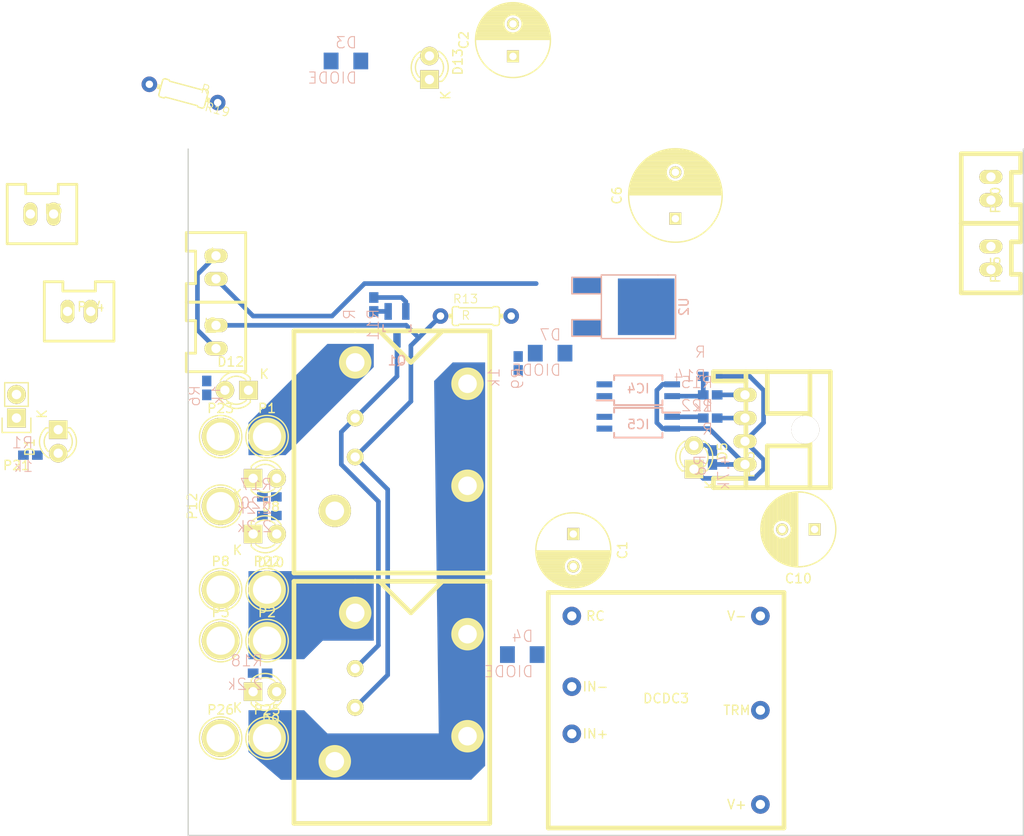
<source format=kicad_pcb>
(kicad_pcb (version 4) (host pcbnew 4.0.6)

  (general
    (links 85)
    (no_connects 58)
    (area -0.075001 -3.075001 90.075001 74.075001)
    (thickness 1.6)
    (drawings 3)
    (tracks 56)
    (zones 0)
    (modules 51)
    (nets 28)
  )

  (page A4)
  (layers
    (0 F.Cu signal)
    (31 B.Cu signal)
    (32 B.Adhes user)
    (33 F.Adhes user)
    (34 B.Paste user)
    (35 F.Paste user)
    (36 B.SilkS user)
    (37 F.SilkS user)
    (38 B.Mask user)
    (39 F.Mask user)
    (40 Dwgs.User user)
    (41 Cmts.User user)
    (42 Eco1.User user)
    (43 Eco2.User user)
    (44 Edge.Cuts user)
    (45 Margin user)
    (46 B.CrtYd user)
    (47 F.CrtYd user)
    (48 B.Fab user)
    (49 F.Fab user)
  )

  (setup
    (last_trace_width 0.5)
    (user_trace_width 0.5)
    (user_trace_width 1)
    (user_trace_width 2)
    (user_trace_width 3)
    (trace_clearance 0.2)
    (zone_clearance 0.38)
    (zone_45_only no)
    (trace_min 0.2)
    (segment_width 0.2)
    (edge_width 0.15)
    (via_size 0.6)
    (via_drill 0.4)
    (via_min_size 0.4)
    (via_min_drill 0.3)
    (user_via 1.5 0.8)
    (user_via 4 3)
    (uvia_size 0.3)
    (uvia_drill 0.1)
    (uvias_allowed no)
    (uvia_min_size 0.2)
    (uvia_min_drill 0.1)
    (pcb_text_width 0.3)
    (pcb_text_size 1.5 1.5)
    (mod_edge_width 0.15)
    (mod_text_size 1 1)
    (mod_text_width 0.15)
    (pad_size 2 2)
    (pad_drill 1)
    (pad_to_mask_clearance 0.2)
    (aux_axis_origin 0 0)
    (visible_elements 7FFDFFFF)
    (pcbplotparams
      (layerselection 0x01000_80000000)
      (usegerberextensions false)
      (excludeedgelayer true)
      (linewidth 0.100000)
      (plotframeref false)
      (viasonmask false)
      (mode 1)
      (useauxorigin false)
      (hpglpennumber 1)
      (hpglpenspeed 20)
      (hpglpendiameter 15)
      (hpglpenoverlay 2)
      (psnegative false)
      (psa4output false)
      (plotreference true)
      (plotvalue true)
      (plotinvisibletext false)
      (padsonsilk false)
      (subtractmaskfromsilk false)
      (outputformat 1)
      (mirror false)
      (drillshape 0)
      (scaleselection 1)
      (outputdirectory ""))
  )

  (net 0 "")
  (net 1 GNDPWR)
  (net 2 +BATT)
  (net 3 "Net-(D1-Pad2)")
  (net 4 "Net-(D4-Pad2)")
  (net 5 "Net-(D5-Pad2)")
  (net 6 "Net-(D3-Pad1)")
  (net 7 "Net-(D8-Pad1)")
  (net 8 "Net-(D8-Pad2)")
  (net 9 "Net-(D9-Pad2)")
  (net 10 /15V)
  (net 11 "Net-(D10-Pad1)")
  (net 12 "Net-(D10-Pad2)")
  (net 13 "Net-(IC4-Pad1)")
  (net 14 /POWER_EN_HIGH)
  (net 15 /POWER_EN_LOW)
  (net 16 "Net-(IC5-Pad4)")
  (net 17 "Net-(P13-Pad3)")
  (net 18 "Net-(IC5-Pad1)")
  (net 19 "Net-(P21-Pad1)")
  (net 20 GND)
  (net 21 /12V)
  (net 22 "Net-(D12-Pad2)")
  (net 23 "Net-(D13-Pad2)")
  (net 24 "Net-(P13-Pad4)")
  (net 25 "Net-(IC4-Pad4)")
  (net 26 "Net-(C1-Pad1)")
  (net 27 "Net-(IC4-Pad3)")

  (net_class Default "これは標準のネット クラスです。"
    (clearance 0.2)
    (trace_width 0.25)
    (via_dia 0.6)
    (via_drill 0.4)
    (uvia_dia 0.3)
    (uvia_drill 0.1)
    (add_net +BATT)
    (add_net /12V)
    (add_net /15V)
    (add_net /POWER_EN_HIGH)
    (add_net /POWER_EN_LOW)
    (add_net GND)
    (add_net GNDPWR)
    (add_net "Net-(C1-Pad1)")
    (add_net "Net-(D1-Pad2)")
    (add_net "Net-(D10-Pad1)")
    (add_net "Net-(D10-Pad2)")
    (add_net "Net-(D12-Pad2)")
    (add_net "Net-(D13-Pad2)")
    (add_net "Net-(D3-Pad1)")
    (add_net "Net-(D4-Pad2)")
    (add_net "Net-(D5-Pad2)")
    (add_net "Net-(D8-Pad1)")
    (add_net "Net-(D8-Pad2)")
    (add_net "Net-(D9-Pad2)")
    (add_net "Net-(IC4-Pad1)")
    (add_net "Net-(IC4-Pad3)")
    (add_net "Net-(IC4-Pad4)")
    (add_net "Net-(IC5-Pad1)")
    (add_net "Net-(IC5-Pad4)")
    (add_net "Net-(P13-Pad3)")
    (add_net "Net-(P13-Pad4)")
    (add_net "Net-(P21-Pad1)")
  )

  (module Relays_ThroughHole:V23076-A3001-D142 (layer F.Cu) (tedit 57049A26) (tstamp 57FCAE45)
    (at 18 50 90)
    (path /57FDEB1C)
    (fp_text reference U1 (at 0 0.5 90) (layer F.SilkS)
      (effects (font (size 1 1) (thickness 0.15)))
    )
    (fp_text value V23076-D3001-D142 (at 0 -0.5 90) (layer F.Fab)
      (effects (font (size 1 1) (thickness 0.15)))
    )
    (fp_line (start 0 6) (end 3.4 9.4) (layer F.SilkS) (width 0.5))
    (fp_line (start 0 6) (end 3.4 2.6) (layer F.SilkS) (width 0.5))
    (fp_line (start -22.7 -6.6) (end -22.7 14.5) (layer F.SilkS) (width 0.5))
    (fp_line (start 3.4 0) (end 3.4 14.5) (layer F.SilkS) (width 0.5))
    (fp_line (start 3.4 14.5) (end -22.7 14.5) (layer F.SilkS) (width 0.5))
    (fp_line (start 3.4 -6.6) (end -22.7 -6.6) (layer F.SilkS) (width 0.5))
    (fp_line (start 3.4 0) (end 3.4 -6.6) (layer F.SilkS) (width 0.5))
    (pad 5 thru_hole circle (at 0 0 90) (size 3.5 3.5) (drill 2) (layers *.Cu *.Mask F.SilkS)
      (net 11 "Net-(D10-Pad1)"))
    (pad 2 thru_hole circle (at -10.2 0 90) (size 1.8 1.8) (drill 1) (layers *.Cu *.Mask F.SilkS)
      (net 14 /POWER_EN_HIGH))
    (pad 1 thru_hole circle (at -6 0 90) (size 1.8 1.8) (drill 1) (layers *.Cu *.Mask F.SilkS)
      (net 15 /POWER_EN_LOW))
    (pad 4 thru_hole circle (at -16 -2.2 90) (size 3.5 3.5) (drill 2) (layers *.Cu *.Mask F.SilkS)
      (net 2 +BATT))
    (pad 4 thru_hole circle (at -2.3 12.1 90) (size 3.5 3.5) (drill 2) (layers *.Cu *.Mask F.SilkS)
      (net 2 +BATT))
    (pad 4 thru_hole circle (at -13.3 12.1 90) (size 3.5 3.5) (drill 2) (layers *.Cu *.Mask F.SilkS)
      (net 2 +BATT))
    (model Relays_ThroughHole.3dshapes/V23076-D3001.wrl
      (at (xyz 0.135 0.26 0))
      (scale (xyz 3.95 3.95 3.95))
      (rotate (xyz 0 0 180))
    )
  )

  (module Relays_ThroughHole:V23076-A3001-D142 (layer F.Cu) (tedit 57049A26) (tstamp 57FCB1B3)
    (at 18 23 90)
    (path /57CFAB0E)
    (fp_text reference U3 (at 0 0.5 90) (layer F.SilkS)
      (effects (font (size 1 1) (thickness 0.15)))
    )
    (fp_text value V23076-D3001-D142 (at 0 -0.5 90) (layer F.Fab)
      (effects (font (size 1 1) (thickness 0.15)))
    )
    (fp_line (start 0 6) (end 3.4 9.4) (layer F.SilkS) (width 0.5))
    (fp_line (start 0 6) (end 3.4 2.6) (layer F.SilkS) (width 0.5))
    (fp_line (start -22.7 -6.6) (end -22.7 14.5) (layer F.SilkS) (width 0.5))
    (fp_line (start 3.4 0) (end 3.4 14.5) (layer F.SilkS) (width 0.5))
    (fp_line (start 3.4 14.5) (end -22.7 14.5) (layer F.SilkS) (width 0.5))
    (fp_line (start 3.4 -6.6) (end -22.7 -6.6) (layer F.SilkS) (width 0.5))
    (fp_line (start 3.4 0) (end 3.4 -6.6) (layer F.SilkS) (width 0.5))
    (pad 5 thru_hole circle (at 0 0 90) (size 3.5 3.5) (drill 2) (layers *.Cu *.Mask F.SilkS)
      (net 7 "Net-(D8-Pad1)"))
    (pad 2 thru_hole circle (at -10.2 0 90) (size 1.8 1.8) (drill 1) (layers *.Cu *.Mask F.SilkS)
      (net 14 /POWER_EN_HIGH))
    (pad 1 thru_hole circle (at -6 0 90) (size 1.8 1.8) (drill 1) (layers *.Cu *.Mask F.SilkS)
      (net 15 /POWER_EN_LOW))
    (pad 4 thru_hole circle (at -16 -2.2 90) (size 3.5 3.5) (drill 2) (layers *.Cu *.Mask F.SilkS)
      (net 2 +BATT))
    (pad 4 thru_hole circle (at -2.3 12.1 90) (size 3.5 3.5) (drill 2) (layers *.Cu *.Mask F.SilkS)
      (net 2 +BATT))
    (pad 4 thru_hole circle (at -13.3 12.1 90) (size 3.5 3.5) (drill 2) (layers *.Cu *.Mask F.SilkS)
      (net 2 +BATT))
    (model Relays_ThroughHole.3dshapes/V23076-D3001.wrl
      (at (xyz 0.135 0.26 0))
      (scale (xyz 3.95 3.95 3.95))
      (rotate (xyz 0 0 180))
    )
  )

  (module LEDs:LED-3MM (layer F.Cu) (tedit 559B82F6) (tstamp 57FCAFD7)
    (at -14 30.25 270)
    (descr "LED 3mm round vertical")
    (tags "LED  3mm round vertical")
    (path /57CFCFA2)
    (fp_text reference D1 (at 1.91 3.06 270) (layer F.SilkS)
      (effects (font (size 1 1) (thickness 0.15)))
    )
    (fp_text value LED (at 1.3 -2.9 270) (layer F.Fab)
      (effects (font (size 1 1) (thickness 0.15)))
    )
    (fp_line (start -1.2 2.3) (end 3.8 2.3) (layer F.CrtYd) (width 0.05))
    (fp_line (start 3.8 2.3) (end 3.8 -2.2) (layer F.CrtYd) (width 0.05))
    (fp_line (start 3.8 -2.2) (end -1.2 -2.2) (layer F.CrtYd) (width 0.05))
    (fp_line (start -1.2 -2.2) (end -1.2 2.3) (layer F.CrtYd) (width 0.05))
    (fp_line (start -0.199 1.314) (end -0.199 1.114) (layer F.SilkS) (width 0.15))
    (fp_line (start -0.199 -1.28) (end -0.199 -1.1) (layer F.SilkS) (width 0.15))
    (fp_arc (start 1.301 0.034) (end -0.199 -1.286) (angle 108.5) (layer F.SilkS) (width 0.15))
    (fp_arc (start 1.301 0.034) (end 0.25 -1.1) (angle 85.7) (layer F.SilkS) (width 0.15))
    (fp_arc (start 1.311 0.034) (end 3.051 0.994) (angle 110) (layer F.SilkS) (width 0.15))
    (fp_arc (start 1.301 0.034) (end 2.335 1.094) (angle 87.5) (layer F.SilkS) (width 0.15))
    (fp_text user K (at -1.69 1.74 270) (layer F.SilkS)
      (effects (font (size 1 1) (thickness 0.15)))
    )
    (pad 1 thru_hole rect (at 0 0) (size 2 2) (drill 1.00076) (layers *.Cu *.Mask F.SilkS)
      (net 10 /15V))
    (pad 2 thru_hole circle (at 2.54 0 270) (size 2 2) (drill 1.00076) (layers *.Cu *.Mask F.SilkS)
      (net 3 "Net-(D1-Pad2)"))
    (model LEDs.3dshapes/LED-3MM.wrl
      (at (xyz 0.05 0 0))
      (scale (xyz 1 1 1))
      (rotate (xyz 0 0 90))
    )
  )

  (module LEDs:LED-3MM (layer F.Cu) (tedit 559B82F6) (tstamp 57FCAFEF)
    (at 54.5 34.5 90)
    (descr "LED 3mm round vertical")
    (tags "LED  3mm round vertical")
    (path /57CFB6E8)
    (fp_text reference D5 (at 1.91 3.06 90) (layer F.SilkS)
      (effects (font (size 1 1) (thickness 0.15)))
    )
    (fp_text value LED (at 1.3 -2.9 90) (layer F.Fab)
      (effects (font (size 1 1) (thickness 0.15)))
    )
    (fp_line (start -1.2 2.3) (end 3.8 2.3) (layer F.CrtYd) (width 0.05))
    (fp_line (start 3.8 2.3) (end 3.8 -2.2) (layer F.CrtYd) (width 0.05))
    (fp_line (start 3.8 -2.2) (end -1.2 -2.2) (layer F.CrtYd) (width 0.05))
    (fp_line (start -1.2 -2.2) (end -1.2 2.3) (layer F.CrtYd) (width 0.05))
    (fp_line (start -0.199 1.314) (end -0.199 1.114) (layer F.SilkS) (width 0.15))
    (fp_line (start -0.199 -1.28) (end -0.199 -1.1) (layer F.SilkS) (width 0.15))
    (fp_arc (start 1.301 0.034) (end -0.199 -1.286) (angle 108.5) (layer F.SilkS) (width 0.15))
    (fp_arc (start 1.301 0.034) (end 0.25 -1.1) (angle 85.7) (layer F.SilkS) (width 0.15))
    (fp_arc (start 1.311 0.034) (end 3.051 0.994) (angle 110) (layer F.SilkS) (width 0.15))
    (fp_arc (start 1.301 0.034) (end 2.335 1.094) (angle 87.5) (layer F.SilkS) (width 0.15))
    (fp_text user K (at -1.69 1.74 90) (layer F.SilkS)
      (effects (font (size 1 1) (thickness 0.15)))
    )
    (pad 1 thru_hole rect (at 0 0 180) (size 2 2) (drill 1.00076) (layers *.Cu *.Mask F.SilkS)
      (net 21 /12V))
    (pad 2 thru_hole circle (at 2.54 0 90) (size 2 2) (drill 1.00076) (layers *.Cu *.Mask F.SilkS)
      (net 5 "Net-(D5-Pad2)"))
    (model LEDs.3dshapes/LED-3MM.wrl
      (at (xyz 0.05 0 0))
      (scale (xyz 1 1 1))
      (rotate (xyz 0 0 90))
    )
  )

  (module LEDs:LED-3MM (layer F.Cu) (tedit 559B82F6) (tstamp 57FCB001)
    (at 7 35.5)
    (descr "LED 3mm round vertical")
    (tags "LED  3mm round vertical")
    (path /57D91ADF)
    (fp_text reference D8 (at 1.91 3.06) (layer F.SilkS)
      (effects (font (size 1 1) (thickness 0.15)))
    )
    (fp_text value LED (at 1.3 -2.9) (layer F.Fab)
      (effects (font (size 1 1) (thickness 0.15)))
    )
    (fp_line (start -1.2 2.3) (end 3.8 2.3) (layer F.CrtYd) (width 0.05))
    (fp_line (start 3.8 2.3) (end 3.8 -2.2) (layer F.CrtYd) (width 0.05))
    (fp_line (start 3.8 -2.2) (end -1.2 -2.2) (layer F.CrtYd) (width 0.05))
    (fp_line (start -1.2 -2.2) (end -1.2 2.3) (layer F.CrtYd) (width 0.05))
    (fp_line (start -0.199 1.314) (end -0.199 1.114) (layer F.SilkS) (width 0.15))
    (fp_line (start -0.199 -1.28) (end -0.199 -1.1) (layer F.SilkS) (width 0.15))
    (fp_arc (start 1.301 0.034) (end -0.199 -1.286) (angle 108.5) (layer F.SilkS) (width 0.15))
    (fp_arc (start 1.301 0.034) (end 0.25 -1.1) (angle 85.7) (layer F.SilkS) (width 0.15))
    (fp_arc (start 1.311 0.034) (end 3.051 0.994) (angle 110) (layer F.SilkS) (width 0.15))
    (fp_arc (start 1.301 0.034) (end 2.335 1.094) (angle 87.5) (layer F.SilkS) (width 0.15))
    (fp_text user K (at -1.69 1.74) (layer F.SilkS)
      (effects (font (size 1 1) (thickness 0.15)))
    )
    (pad 1 thru_hole rect (at 0 0 90) (size 2 2) (drill 1.00076) (layers *.Cu *.Mask F.SilkS)
      (net 7 "Net-(D8-Pad1)"))
    (pad 2 thru_hole circle (at 2.54 0) (size 2 2) (drill 1.00076) (layers *.Cu *.Mask F.SilkS)
      (net 8 "Net-(D8-Pad2)"))
    (model LEDs.3dshapes/LED-3MM.wrl
      (at (xyz 0.05 0 0))
      (scale (xyz 1 1 1))
      (rotate (xyz 0 0 90))
    )
  )

  (module LEDs:LED-3MM (layer F.Cu) (tedit 559B82F6) (tstamp 57FCB007)
    (at 7 58.5)
    (descr "LED 3mm round vertical")
    (tags "LED  3mm round vertical")
    (path /57D9739F)
    (fp_text reference D9 (at 1.91 3.06) (layer F.SilkS)
      (effects (font (size 1 1) (thickness 0.15)))
    )
    (fp_text value LED (at 1.3 -2.9) (layer F.Fab)
      (effects (font (size 1 1) (thickness 0.15)))
    )
    (fp_line (start -1.2 2.3) (end 3.8 2.3) (layer F.CrtYd) (width 0.05))
    (fp_line (start 3.8 2.3) (end 3.8 -2.2) (layer F.CrtYd) (width 0.05))
    (fp_line (start 3.8 -2.2) (end -1.2 -2.2) (layer F.CrtYd) (width 0.05))
    (fp_line (start -1.2 -2.2) (end -1.2 2.3) (layer F.CrtYd) (width 0.05))
    (fp_line (start -0.199 1.314) (end -0.199 1.114) (layer F.SilkS) (width 0.15))
    (fp_line (start -0.199 -1.28) (end -0.199 -1.1) (layer F.SilkS) (width 0.15))
    (fp_arc (start 1.301 0.034) (end -0.199 -1.286) (angle 108.5) (layer F.SilkS) (width 0.15))
    (fp_arc (start 1.301 0.034) (end 0.25 -1.1) (angle 85.7) (layer F.SilkS) (width 0.15))
    (fp_arc (start 1.311 0.034) (end 3.051 0.994) (angle 110) (layer F.SilkS) (width 0.15))
    (fp_arc (start 1.301 0.034) (end 2.335 1.094) (angle 87.5) (layer F.SilkS) (width 0.15))
    (fp_text user K (at -1.69 1.74) (layer F.SilkS)
      (effects (font (size 1 1) (thickness 0.15)))
    )
    (pad 1 thru_hole rect (at 0 0 90) (size 2 2) (drill 1.00076) (layers *.Cu *.Mask F.SilkS)
      (net 2 +BATT))
    (pad 2 thru_hole circle (at 2.54 0) (size 2 2) (drill 1.00076) (layers *.Cu *.Mask F.SilkS)
      (net 9 "Net-(D9-Pad2)"))
    (model LEDs.3dshapes/LED-3MM.wrl
      (at (xyz 0.05 0 0))
      (scale (xyz 1 1 1))
      (rotate (xyz 0 0 90))
    )
  )

  (module LEDs:LED-3MM (layer F.Cu) (tedit 559B82F6) (tstamp 57FCB00D)
    (at 7 41.5)
    (descr "LED 3mm round vertical")
    (tags "LED  3mm round vertical")
    (path /57FDEB4E)
    (fp_text reference D10 (at 1.91 3.06) (layer F.SilkS)
      (effects (font (size 1 1) (thickness 0.15)))
    )
    (fp_text value LED (at 1.3 -2.9) (layer F.Fab)
      (effects (font (size 1 1) (thickness 0.15)))
    )
    (fp_line (start -1.2 2.3) (end 3.8 2.3) (layer F.CrtYd) (width 0.05))
    (fp_line (start 3.8 2.3) (end 3.8 -2.2) (layer F.CrtYd) (width 0.05))
    (fp_line (start 3.8 -2.2) (end -1.2 -2.2) (layer F.CrtYd) (width 0.05))
    (fp_line (start -1.2 -2.2) (end -1.2 2.3) (layer F.CrtYd) (width 0.05))
    (fp_line (start -0.199 1.314) (end -0.199 1.114) (layer F.SilkS) (width 0.15))
    (fp_line (start -0.199 -1.28) (end -0.199 -1.1) (layer F.SilkS) (width 0.15))
    (fp_arc (start 1.301 0.034) (end -0.199 -1.286) (angle 108.5) (layer F.SilkS) (width 0.15))
    (fp_arc (start 1.301 0.034) (end 0.25 -1.1) (angle 85.7) (layer F.SilkS) (width 0.15))
    (fp_arc (start 1.311 0.034) (end 3.051 0.994) (angle 110) (layer F.SilkS) (width 0.15))
    (fp_arc (start 1.301 0.034) (end 2.335 1.094) (angle 87.5) (layer F.SilkS) (width 0.15))
    (fp_text user K (at -1.69 1.74) (layer F.SilkS)
      (effects (font (size 1 1) (thickness 0.15)))
    )
    (pad 1 thru_hole rect (at 0 0 90) (size 2 2) (drill 1.00076) (layers *.Cu *.Mask F.SilkS)
      (net 11 "Net-(D10-Pad1)"))
    (pad 2 thru_hole circle (at 2.54 0) (size 2 2) (drill 1.00076) (layers *.Cu *.Mask F.SilkS)
      (net 12 "Net-(D10-Pad2)"))
    (model LEDs.3dshapes/LED-3MM.wrl
      (at (xyz 0.05 0 0))
      (scale (xyz 1 1 1))
      (rotate (xyz 0 0 90))
    )
  )

  (module Connect:1pin (layer F.Cu) (tedit 0) (tstamp 57FCB075)
    (at 8.5 31)
    (descr "module 1 pin (ou trou mecanique de percage)")
    (tags DEV)
    (path /57FE580E)
    (fp_text reference P1 (at 0 -3.048) (layer F.SilkS)
      (effects (font (size 1 1) (thickness 0.15)))
    )
    (fp_text value CONN_01X01 (at 0 2.794) (layer F.Fab)
      (effects (font (size 1 1) (thickness 0.15)))
    )
    (fp_circle (center 0 0) (end 0 -2.286) (layer F.SilkS) (width 0.15))
    (pad 1 thru_hole circle (at 0 0) (size 4.064 4.064) (drill 3.048) (layers *.Cu *.Mask F.SilkS)
      (net 7 "Net-(D8-Pad1)"))
  )

  (module Connect:1pin (layer F.Cu) (tedit 0) (tstamp 57FCB0A4)
    (at 3.5 47.5)
    (descr "module 1 pin (ou trou mecanique de percage)")
    (tags DEV)
    (path /57FE6796)
    (fp_text reference P8 (at 0 -3.048) (layer F.SilkS)
      (effects (font (size 1 1) (thickness 0.15)))
    )
    (fp_text value CONN_01X01 (at 0 2.794) (layer F.Fab)
      (effects (font (size 1 1) (thickness 0.15)))
    )
    (fp_circle (center 0 0) (end 0 -2.286) (layer F.SilkS) (width 0.15))
    (pad 1 thru_hole circle (at 0 0) (size 4.064 4.064) (drill 3.048) (layers *.Cu *.Mask F.SilkS)
      (net 1 GNDPWR))
  )

  (module Pin_Headers:Pin_Header_Straight_1x02 (layer F.Cu) (tedit 54EA090C) (tstamp 57FCB0EE)
    (at -18.5 29 180)
    (descr "Through hole pin header")
    (tags "pin header")
    (path /57DBF6F3)
    (fp_text reference P21 (at 0 -5.1 180) (layer F.SilkS)
      (effects (font (size 1 1) (thickness 0.15)))
    )
    (fp_text value CONN_01X02 (at 0 -3.1 180) (layer F.Fab)
      (effects (font (size 1 1) (thickness 0.15)))
    )
    (fp_line (start 1.27 1.27) (end 1.27 3.81) (layer F.SilkS) (width 0.15))
    (fp_line (start 1.55 -1.55) (end 1.55 0) (layer F.SilkS) (width 0.15))
    (fp_line (start -1.75 -1.75) (end -1.75 4.3) (layer F.CrtYd) (width 0.05))
    (fp_line (start 1.75 -1.75) (end 1.75 4.3) (layer F.CrtYd) (width 0.05))
    (fp_line (start -1.75 -1.75) (end 1.75 -1.75) (layer F.CrtYd) (width 0.05))
    (fp_line (start -1.75 4.3) (end 1.75 4.3) (layer F.CrtYd) (width 0.05))
    (fp_line (start 1.27 1.27) (end -1.27 1.27) (layer F.SilkS) (width 0.15))
    (fp_line (start -1.55 0) (end -1.55 -1.55) (layer F.SilkS) (width 0.15))
    (fp_line (start -1.55 -1.55) (end 1.55 -1.55) (layer F.SilkS) (width 0.15))
    (fp_line (start -1.27 1.27) (end -1.27 3.81) (layer F.SilkS) (width 0.15))
    (fp_line (start -1.27 3.81) (end 1.27 3.81) (layer F.SilkS) (width 0.15))
    (pad 1 thru_hole rect (at 0 0 180) (size 2.032 2.032) (drill 1.016) (layers *.Cu *.Mask F.SilkS)
      (net 19 "Net-(P21-Pad1)"))
    (pad 2 thru_hole oval (at 0 2.54 180) (size 2.032 2.032) (drill 1.016) (layers *.Cu *.Mask F.SilkS)
      (net 10 /15V))
    (model Pin_Headers.3dshapes/Pin_Header_Straight_1x02.wrl
      (at (xyz 0 -0.05 0))
      (scale (xyz 1 1 1))
      (rotate (xyz 0 0 90))
    )
  )

  (module Connect:1pin (layer F.Cu) (tedit 0) (tstamp 57FCB0F3)
    (at 8.5 47.5)
    (descr "module 1 pin (ou trou mecanique de percage)")
    (tags DEV)
    (path /57FE4D21)
    (fp_text reference P22 (at 0 -3.048) (layer F.SilkS)
      (effects (font (size 1 1) (thickness 0.15)))
    )
    (fp_text value CONN_01X01 (at 0 2.794) (layer F.Fab)
      (effects (font (size 1 1) (thickness 0.15)))
    )
    (fp_circle (center 0 0) (end 0 -2.286) (layer F.SilkS) (width 0.15))
    (pad 1 thru_hole circle (at 0 0) (size 4.064 4.064) (drill 3.048) (layers *.Cu *.Mask F.SilkS)
      (net 11 "Net-(D10-Pad1)"))
  )

  (module Connect:1pin (layer F.Cu) (tedit 0) (tstamp 57FCB0F8)
    (at 3.5 31)
    (descr "module 1 pin (ou trou mecanique de percage)")
    (tags DEV)
    (path /57FE4F2C)
    (fp_text reference P23 (at 0 -3.048) (layer F.SilkS)
      (effects (font (size 1 1) (thickness 0.15)))
    )
    (fp_text value CONN_01X01 (at 0 2.794) (layer F.Fab)
      (effects (font (size 1 1) (thickness 0.15)))
    )
    (fp_circle (center 0 0) (end 0 -2.286) (layer F.SilkS) (width 0.15))
    (pad 1 thru_hole circle (at 0 0) (size 4.064 4.064) (drill 3.048) (layers *.Cu *.Mask F.SilkS)
      (net 1 GNDPWR))
  )

  (module Connect:1pin (layer F.Cu) (tedit 0) (tstamp 57FCB102)
    (at 8.5 63.5)
    (descr "module 1 pin (ou trou mecanique de percage)")
    (tags DEV)
    (path /57FE3DD0)
    (fp_text reference P25 (at 0 -3.048) (layer F.SilkS)
      (effects (font (size 1 1) (thickness 0.15)))
    )
    (fp_text value CONN_01X01 (at 0 2.794) (layer F.Fab)
      (effects (font (size 1 1) (thickness 0.15)))
    )
    (fp_circle (center 0 0) (end 0 -2.286) (layer F.SilkS) (width 0.15))
    (pad 1 thru_hole circle (at 0 0) (size 4.064 4.064) (drill 3.048) (layers *.Cu *.Mask F.SilkS)
      (net 2 +BATT))
  )

  (module Connect:1pin (layer F.Cu) (tedit 0) (tstamp 57FCB107)
    (at 3.5 63.5)
    (descr "module 1 pin (ou trou mecanique de percage)")
    (tags DEV)
    (path /57FE40CB)
    (fp_text reference P26 (at 0 -3.048) (layer F.SilkS)
      (effects (font (size 1 1) (thickness 0.15)))
    )
    (fp_text value CONN_01X01 (at 0 2.794) (layer F.Fab)
      (effects (font (size 1 1) (thickness 0.15)))
    )
    (fp_circle (center 0 0) (end 0 -2.286) (layer F.SilkS) (width 0.15))
    (pad 1 thru_hole circle (at 0 0) (size 4.064 4.064) (drill 3.048) (layers *.Cu *.Mask F.SilkS)
      (net 1 GNDPWR))
  )

  (module Capacitors_ThroughHole:C_Radial_D8_L11.5_P3.5 (layer F.Cu) (tedit 0) (tstamp 580469EF)
    (at 41.5 41.5 270)
    (descr "Radial Electrolytic Capacitor Diameter 8mm x Length 11.5mm, Pitch 3.5mm")
    (tags "Electrolytic Capacitor")
    (path /5903659D)
    (fp_text reference C1 (at 1.75 -5.3 270) (layer F.SilkS)
      (effects (font (size 1 1) (thickness 0.15)))
    )
    (fp_text value 1000u (at 1.75 5.3 270) (layer F.Fab)
      (effects (font (size 1 1) (thickness 0.15)))
    )
    (fp_line (start 1.825 -3.999) (end 1.825 3.999) (layer F.SilkS) (width 0.15))
    (fp_line (start 1.965 -3.994) (end 1.965 3.994) (layer F.SilkS) (width 0.15))
    (fp_line (start 2.105 -3.984) (end 2.105 3.984) (layer F.SilkS) (width 0.15))
    (fp_line (start 2.245 -3.969) (end 2.245 3.969) (layer F.SilkS) (width 0.15))
    (fp_line (start 2.385 -3.949) (end 2.385 3.949) (layer F.SilkS) (width 0.15))
    (fp_line (start 2.525 -3.924) (end 2.525 -0.222) (layer F.SilkS) (width 0.15))
    (fp_line (start 2.525 0.222) (end 2.525 3.924) (layer F.SilkS) (width 0.15))
    (fp_line (start 2.665 -3.894) (end 2.665 -0.55) (layer F.SilkS) (width 0.15))
    (fp_line (start 2.665 0.55) (end 2.665 3.894) (layer F.SilkS) (width 0.15))
    (fp_line (start 2.805 -3.858) (end 2.805 -0.719) (layer F.SilkS) (width 0.15))
    (fp_line (start 2.805 0.719) (end 2.805 3.858) (layer F.SilkS) (width 0.15))
    (fp_line (start 2.945 -3.817) (end 2.945 -0.832) (layer F.SilkS) (width 0.15))
    (fp_line (start 2.945 0.832) (end 2.945 3.817) (layer F.SilkS) (width 0.15))
    (fp_line (start 3.085 -3.771) (end 3.085 -0.91) (layer F.SilkS) (width 0.15))
    (fp_line (start 3.085 0.91) (end 3.085 3.771) (layer F.SilkS) (width 0.15))
    (fp_line (start 3.225 -3.718) (end 3.225 -0.961) (layer F.SilkS) (width 0.15))
    (fp_line (start 3.225 0.961) (end 3.225 3.718) (layer F.SilkS) (width 0.15))
    (fp_line (start 3.365 -3.659) (end 3.365 -0.991) (layer F.SilkS) (width 0.15))
    (fp_line (start 3.365 0.991) (end 3.365 3.659) (layer F.SilkS) (width 0.15))
    (fp_line (start 3.505 -3.594) (end 3.505 -1) (layer F.SilkS) (width 0.15))
    (fp_line (start 3.505 1) (end 3.505 3.594) (layer F.SilkS) (width 0.15))
    (fp_line (start 3.645 -3.523) (end 3.645 -0.989) (layer F.SilkS) (width 0.15))
    (fp_line (start 3.645 0.989) (end 3.645 3.523) (layer F.SilkS) (width 0.15))
    (fp_line (start 3.785 -3.444) (end 3.785 -0.959) (layer F.SilkS) (width 0.15))
    (fp_line (start 3.785 0.959) (end 3.785 3.444) (layer F.SilkS) (width 0.15))
    (fp_line (start 3.925 -3.357) (end 3.925 -0.905) (layer F.SilkS) (width 0.15))
    (fp_line (start 3.925 0.905) (end 3.925 3.357) (layer F.SilkS) (width 0.15))
    (fp_line (start 4.065 -3.262) (end 4.065 -0.825) (layer F.SilkS) (width 0.15))
    (fp_line (start 4.065 0.825) (end 4.065 3.262) (layer F.SilkS) (width 0.15))
    (fp_line (start 4.205 -3.158) (end 4.205 -0.709) (layer F.SilkS) (width 0.15))
    (fp_line (start 4.205 0.709) (end 4.205 3.158) (layer F.SilkS) (width 0.15))
    (fp_line (start 4.345 -3.044) (end 4.345 -0.535) (layer F.SilkS) (width 0.15))
    (fp_line (start 4.345 0.535) (end 4.345 3.044) (layer F.SilkS) (width 0.15))
    (fp_line (start 4.485 -2.919) (end 4.485 -0.173) (layer F.SilkS) (width 0.15))
    (fp_line (start 4.485 0.173) (end 4.485 2.919) (layer F.SilkS) (width 0.15))
    (fp_line (start 4.625 -2.781) (end 4.625 2.781) (layer F.SilkS) (width 0.15))
    (fp_line (start 4.765 -2.629) (end 4.765 2.629) (layer F.SilkS) (width 0.15))
    (fp_line (start 4.905 -2.459) (end 4.905 2.459) (layer F.SilkS) (width 0.15))
    (fp_line (start 5.045 -2.268) (end 5.045 2.268) (layer F.SilkS) (width 0.15))
    (fp_line (start 5.185 -2.05) (end 5.185 2.05) (layer F.SilkS) (width 0.15))
    (fp_line (start 5.325 -1.794) (end 5.325 1.794) (layer F.SilkS) (width 0.15))
    (fp_line (start 5.465 -1.483) (end 5.465 1.483) (layer F.SilkS) (width 0.15))
    (fp_line (start 5.605 -1.067) (end 5.605 1.067) (layer F.SilkS) (width 0.15))
    (fp_line (start 5.745 -0.2) (end 5.745 0.2) (layer F.SilkS) (width 0.15))
    (fp_circle (center 3.5 0) (end 3.5 -1) (layer F.SilkS) (width 0.15))
    (fp_circle (center 1.75 0) (end 1.75 -4.0375) (layer F.SilkS) (width 0.15))
    (fp_circle (center 1.75 0) (end 1.75 -4.3) (layer F.CrtYd) (width 0.05))
    (pad 2 thru_hole circle (at 3.5 0 270) (size 1.3 1.3) (drill 0.8) (layers *.Cu *.Mask F.SilkS)
      (net 1 GNDPWR))
    (pad 1 thru_hole rect (at 0 0 270) (size 1.3 1.3) (drill 0.8) (layers *.Cu *.Mask F.SilkS)
      (net 26 "Net-(C1-Pad1)"))
    (model Capacitors_ThroughHole.3dshapes/C_Radial_D8_L11.5_P3.5.wrl
      (at (xyz 0 0 0))
      (scale (xyz 1 1 1))
      (rotate (xyz 0 0 0))
    )
  )

  (module Capacitors_ThroughHole:C_Radial_D8_L11.5_P3.5 (layer F.Cu) (tedit 0) (tstamp 580469F9)
    (at 67.5 41 180)
    (descr "Radial Electrolytic Capacitor Diameter 8mm x Length 11.5mm, Pitch 3.5mm")
    (tags "Electrolytic Capacitor")
    (path /57D438CB)
    (fp_text reference C10 (at 1.75 -5.3 180) (layer F.SilkS)
      (effects (font (size 1 1) (thickness 0.15)))
    )
    (fp_text value 1000u (at 1.75 5.3 180) (layer F.Fab)
      (effects (font (size 1 1) (thickness 0.15)))
    )
    (fp_line (start 1.825 -3.999) (end 1.825 3.999) (layer F.SilkS) (width 0.15))
    (fp_line (start 1.965 -3.994) (end 1.965 3.994) (layer F.SilkS) (width 0.15))
    (fp_line (start 2.105 -3.984) (end 2.105 3.984) (layer F.SilkS) (width 0.15))
    (fp_line (start 2.245 -3.969) (end 2.245 3.969) (layer F.SilkS) (width 0.15))
    (fp_line (start 2.385 -3.949) (end 2.385 3.949) (layer F.SilkS) (width 0.15))
    (fp_line (start 2.525 -3.924) (end 2.525 -0.222) (layer F.SilkS) (width 0.15))
    (fp_line (start 2.525 0.222) (end 2.525 3.924) (layer F.SilkS) (width 0.15))
    (fp_line (start 2.665 -3.894) (end 2.665 -0.55) (layer F.SilkS) (width 0.15))
    (fp_line (start 2.665 0.55) (end 2.665 3.894) (layer F.SilkS) (width 0.15))
    (fp_line (start 2.805 -3.858) (end 2.805 -0.719) (layer F.SilkS) (width 0.15))
    (fp_line (start 2.805 0.719) (end 2.805 3.858) (layer F.SilkS) (width 0.15))
    (fp_line (start 2.945 -3.817) (end 2.945 -0.832) (layer F.SilkS) (width 0.15))
    (fp_line (start 2.945 0.832) (end 2.945 3.817) (layer F.SilkS) (width 0.15))
    (fp_line (start 3.085 -3.771) (end 3.085 -0.91) (layer F.SilkS) (width 0.15))
    (fp_line (start 3.085 0.91) (end 3.085 3.771) (layer F.SilkS) (width 0.15))
    (fp_line (start 3.225 -3.718) (end 3.225 -0.961) (layer F.SilkS) (width 0.15))
    (fp_line (start 3.225 0.961) (end 3.225 3.718) (layer F.SilkS) (width 0.15))
    (fp_line (start 3.365 -3.659) (end 3.365 -0.991) (layer F.SilkS) (width 0.15))
    (fp_line (start 3.365 0.991) (end 3.365 3.659) (layer F.SilkS) (width 0.15))
    (fp_line (start 3.505 -3.594) (end 3.505 -1) (layer F.SilkS) (width 0.15))
    (fp_line (start 3.505 1) (end 3.505 3.594) (layer F.SilkS) (width 0.15))
    (fp_line (start 3.645 -3.523) (end 3.645 -0.989) (layer F.SilkS) (width 0.15))
    (fp_line (start 3.645 0.989) (end 3.645 3.523) (layer F.SilkS) (width 0.15))
    (fp_line (start 3.785 -3.444) (end 3.785 -0.959) (layer F.SilkS) (width 0.15))
    (fp_line (start 3.785 0.959) (end 3.785 3.444) (layer F.SilkS) (width 0.15))
    (fp_line (start 3.925 -3.357) (end 3.925 -0.905) (layer F.SilkS) (width 0.15))
    (fp_line (start 3.925 0.905) (end 3.925 3.357) (layer F.SilkS) (width 0.15))
    (fp_line (start 4.065 -3.262) (end 4.065 -0.825) (layer F.SilkS) (width 0.15))
    (fp_line (start 4.065 0.825) (end 4.065 3.262) (layer F.SilkS) (width 0.15))
    (fp_line (start 4.205 -3.158) (end 4.205 -0.709) (layer F.SilkS) (width 0.15))
    (fp_line (start 4.205 0.709) (end 4.205 3.158) (layer F.SilkS) (width 0.15))
    (fp_line (start 4.345 -3.044) (end 4.345 -0.535) (layer F.SilkS) (width 0.15))
    (fp_line (start 4.345 0.535) (end 4.345 3.044) (layer F.SilkS) (width 0.15))
    (fp_line (start 4.485 -2.919) (end 4.485 -0.173) (layer F.SilkS) (width 0.15))
    (fp_line (start 4.485 0.173) (end 4.485 2.919) (layer F.SilkS) (width 0.15))
    (fp_line (start 4.625 -2.781) (end 4.625 2.781) (layer F.SilkS) (width 0.15))
    (fp_line (start 4.765 -2.629) (end 4.765 2.629) (layer F.SilkS) (width 0.15))
    (fp_line (start 4.905 -2.459) (end 4.905 2.459) (layer F.SilkS) (width 0.15))
    (fp_line (start 5.045 -2.268) (end 5.045 2.268) (layer F.SilkS) (width 0.15))
    (fp_line (start 5.185 -2.05) (end 5.185 2.05) (layer F.SilkS) (width 0.15))
    (fp_line (start 5.325 -1.794) (end 5.325 1.794) (layer F.SilkS) (width 0.15))
    (fp_line (start 5.465 -1.483) (end 5.465 1.483) (layer F.SilkS) (width 0.15))
    (fp_line (start 5.605 -1.067) (end 5.605 1.067) (layer F.SilkS) (width 0.15))
    (fp_line (start 5.745 -0.2) (end 5.745 0.2) (layer F.SilkS) (width 0.15))
    (fp_circle (center 3.5 0) (end 3.5 -1) (layer F.SilkS) (width 0.15))
    (fp_circle (center 1.75 0) (end 1.75 -4.0375) (layer F.SilkS) (width 0.15))
    (fp_circle (center 1.75 0) (end 1.75 -4.3) (layer F.CrtYd) (width 0.05))
    (pad 2 thru_hole circle (at 3.5 0 180) (size 1.3 1.3) (drill 0.8) (layers *.Cu *.Mask F.SilkS)
      (net 20 GND))
    (pad 1 thru_hole rect (at 0 0 180) (size 1.3 1.3) (drill 0.8) (layers *.Cu *.Mask F.SilkS)
      (net 21 /12V))
    (model Capacitors_ThroughHole.3dshapes/C_Radial_D8_L11.5_P3.5.wrl
      (at (xyz 0 0 0))
      (scale (xyz 1 1 1))
      (rotate (xyz 0 0 0))
    )
  )

  (module Capacitors_ThroughHole:C_Radial_D10_L20_P5 (layer F.Cu) (tedit 0) (tstamp 58046B14)
    (at 52.5 7.5 90)
    (descr "Radial Electrolytic Capacitor Diameter 10mm x Length 20mm, Pitch 5mm")
    (tags "Electrolytic Capacitor")
    (path /57D48AFF)
    (fp_text reference C6 (at 2.5 -6.3 90) (layer F.SilkS)
      (effects (font (size 1 1) (thickness 0.15)))
    )
    (fp_text value 1000u (at 2.5 6.3 90) (layer F.Fab)
      (effects (font (size 1 1) (thickness 0.15)))
    )
    (fp_line (start 2.575 -4.999) (end 2.575 4.999) (layer F.SilkS) (width 0.15))
    (fp_line (start 2.715 -4.995) (end 2.715 4.995) (layer F.SilkS) (width 0.15))
    (fp_line (start 2.855 -4.987) (end 2.855 4.987) (layer F.SilkS) (width 0.15))
    (fp_line (start 2.995 -4.975) (end 2.995 4.975) (layer F.SilkS) (width 0.15))
    (fp_line (start 3.135 -4.96) (end 3.135 4.96) (layer F.SilkS) (width 0.15))
    (fp_line (start 3.275 -4.94) (end 3.275 4.94) (layer F.SilkS) (width 0.15))
    (fp_line (start 3.415 -4.916) (end 3.415 4.916) (layer F.SilkS) (width 0.15))
    (fp_line (start 3.555 -4.887) (end 3.555 4.887) (layer F.SilkS) (width 0.15))
    (fp_line (start 3.695 -4.855) (end 3.695 4.855) (layer F.SilkS) (width 0.15))
    (fp_line (start 3.835 -4.818) (end 3.835 4.818) (layer F.SilkS) (width 0.15))
    (fp_line (start 3.975 -4.777) (end 3.975 4.777) (layer F.SilkS) (width 0.15))
    (fp_line (start 4.115 -4.732) (end 4.115 -0.466) (layer F.SilkS) (width 0.15))
    (fp_line (start 4.115 0.466) (end 4.115 4.732) (layer F.SilkS) (width 0.15))
    (fp_line (start 4.255 -4.682) (end 4.255 -0.667) (layer F.SilkS) (width 0.15))
    (fp_line (start 4.255 0.667) (end 4.255 4.682) (layer F.SilkS) (width 0.15))
    (fp_line (start 4.395 -4.627) (end 4.395 -0.796) (layer F.SilkS) (width 0.15))
    (fp_line (start 4.395 0.796) (end 4.395 4.627) (layer F.SilkS) (width 0.15))
    (fp_line (start 4.535 -4.567) (end 4.535 -0.885) (layer F.SilkS) (width 0.15))
    (fp_line (start 4.535 0.885) (end 4.535 4.567) (layer F.SilkS) (width 0.15))
    (fp_line (start 4.675 -4.502) (end 4.675 -0.946) (layer F.SilkS) (width 0.15))
    (fp_line (start 4.675 0.946) (end 4.675 4.502) (layer F.SilkS) (width 0.15))
    (fp_line (start 4.815 -4.432) (end 4.815 -0.983) (layer F.SilkS) (width 0.15))
    (fp_line (start 4.815 0.983) (end 4.815 4.432) (layer F.SilkS) (width 0.15))
    (fp_line (start 4.955 -4.356) (end 4.955 -0.999) (layer F.SilkS) (width 0.15))
    (fp_line (start 4.955 0.999) (end 4.955 4.356) (layer F.SilkS) (width 0.15))
    (fp_line (start 5.095 -4.274) (end 5.095 -0.995) (layer F.SilkS) (width 0.15))
    (fp_line (start 5.095 0.995) (end 5.095 4.274) (layer F.SilkS) (width 0.15))
    (fp_line (start 5.235 -4.186) (end 5.235 -0.972) (layer F.SilkS) (width 0.15))
    (fp_line (start 5.235 0.972) (end 5.235 4.186) (layer F.SilkS) (width 0.15))
    (fp_line (start 5.375 -4.091) (end 5.375 -0.927) (layer F.SilkS) (width 0.15))
    (fp_line (start 5.375 0.927) (end 5.375 4.091) (layer F.SilkS) (width 0.15))
    (fp_line (start 5.515 -3.989) (end 5.515 -0.857) (layer F.SilkS) (width 0.15))
    (fp_line (start 5.515 0.857) (end 5.515 3.989) (layer F.SilkS) (width 0.15))
    (fp_line (start 5.655 -3.879) (end 5.655 -0.756) (layer F.SilkS) (width 0.15))
    (fp_line (start 5.655 0.756) (end 5.655 3.879) (layer F.SilkS) (width 0.15))
    (fp_line (start 5.795 -3.761) (end 5.795 -0.607) (layer F.SilkS) (width 0.15))
    (fp_line (start 5.795 0.607) (end 5.795 3.761) (layer F.SilkS) (width 0.15))
    (fp_line (start 5.935 -3.633) (end 5.935 -0.355) (layer F.SilkS) (width 0.15))
    (fp_line (start 5.935 0.355) (end 5.935 3.633) (layer F.SilkS) (width 0.15))
    (fp_line (start 6.075 -3.496) (end 6.075 3.496) (layer F.SilkS) (width 0.15))
    (fp_line (start 6.215 -3.346) (end 6.215 3.346) (layer F.SilkS) (width 0.15))
    (fp_line (start 6.355 -3.184) (end 6.355 3.184) (layer F.SilkS) (width 0.15))
    (fp_line (start 6.495 -3.007) (end 6.495 3.007) (layer F.SilkS) (width 0.15))
    (fp_line (start 6.635 -2.811) (end 6.635 2.811) (layer F.SilkS) (width 0.15))
    (fp_line (start 6.775 -2.593) (end 6.775 2.593) (layer F.SilkS) (width 0.15))
    (fp_line (start 6.915 -2.347) (end 6.915 2.347) (layer F.SilkS) (width 0.15))
    (fp_line (start 7.055 -2.062) (end 7.055 2.062) (layer F.SilkS) (width 0.15))
    (fp_line (start 7.195 -1.72) (end 7.195 1.72) (layer F.SilkS) (width 0.15))
    (fp_line (start 7.335 -1.274) (end 7.335 1.274) (layer F.SilkS) (width 0.15))
    (fp_line (start 7.475 -0.499) (end 7.475 0.499) (layer F.SilkS) (width 0.15))
    (fp_circle (center 5 0) (end 5 -1) (layer F.SilkS) (width 0.15))
    (fp_circle (center 2.5 0) (end 2.5 -5.0375) (layer F.SilkS) (width 0.15))
    (fp_circle (center 2.5 0) (end 2.5 -5.3) (layer F.CrtYd) (width 0.05))
    (pad 1 thru_hole rect (at 0 0 90) (size 1.3 1.3) (drill 0.8) (layers *.Cu *.Mask F.SilkS)
      (net 26 "Net-(C1-Pad1)"))
    (pad 2 thru_hole circle (at 5 0 90) (size 1.3 1.3) (drill 0.8) (layers *.Cu *.Mask F.SilkS)
      (net 1 GNDPWR))
    (model Capacitors_ThroughHole.3dshapes/C_Radial_D10_L20_P5.wrl
      (at (xyz 0 0 0))
      (scale (xyz 1 1 1))
      (rotate (xyz 0 0 0))
    )
  )

  (module RP_KiCAD_Connector:XA_2T (layer F.Cu) (tedit 5763B242) (tstamp 58047648)
    (at 86.5 5.5 90)
    (path /57D5FC5F)
    (fp_text reference P10 (at 0 0.5 90) (layer F.SilkS)
      (effects (font (size 1 1) (thickness 0.15)))
    )
    (fp_text value CONN_01X02 (at 0 -0.5 90) (layer F.Fab)
      (effects (font (size 1 1) (thickness 0.15)))
    )
    (fp_line (start -2.5 3.2) (end -0.5 3.2) (layer F.SilkS) (width 0.5))
    (fp_line (start -0.5 3.2) (end -0.5 2.2) (layer F.SilkS) (width 0.5))
    (fp_line (start -0.5 2.2) (end 3 2.2) (layer F.SilkS) (width 0.5))
    (fp_line (start 3 2.2) (end 3 3.2) (layer F.SilkS) (width 0.5))
    (fp_line (start 3 3.2) (end 5 3.2) (layer F.SilkS) (width 0.5))
    (fp_line (start -2.5 -3.2) (end -2.5 3.2) (layer F.SilkS) (width 0.5))
    (fp_line (start 5 3.2) (end 5 -3.2) (layer F.SilkS) (width 0.5))
    (fp_line (start 5 -3.2) (end -2.5 -3.2) (layer F.SilkS) (width 0.5))
    (pad 2 thru_hole oval (at 0 0 90) (size 1.5 2.5) (drill 1) (layers *.Cu *.Mask F.SilkS)
      (net 21 /12V))
    (pad 1 thru_hole oval (at 2.5 0 90) (size 1.5 2.5) (drill 1) (layers *.Cu *.Mask F.SilkS)
      (net 20 GND))
    (model conn_XA/XA_2T.wrl
      (at (xyz 0.05 0 0))
      (scale (xyz 4 4 4))
      (rotate (xyz -90 0 0))
    )
  )

  (module Connect:1pin (layer F.Cu) (tedit 0) (tstamp 5805F81D)
    (at 8.5 53)
    (descr "module 1 pin (ou trou mecanique de percage)")
    (tags DEV)
    (path /5806E107)
    (fp_text reference P2 (at 0 -3.048) (layer F.SilkS)
      (effects (font (size 1 1) (thickness 0.15)))
    )
    (fp_text value CONN_01X01 (at 0 2.794) (layer F.Fab)
      (effects (font (size 1 1) (thickness 0.15)))
    )
    (fp_circle (center 0 0) (end 0 -2.286) (layer F.SilkS) (width 0.15))
    (pad 1 thru_hole circle (at 0 0) (size 4.064 4.064) (drill 3.048) (layers *.Cu *.Mask F.SilkS)
      (net 11 "Net-(D10-Pad1)"))
  )

  (module Connect:1pin (layer F.Cu) (tedit 0) (tstamp 5805F822)
    (at 3.5 53)
    (descr "module 1 pin (ou trou mecanique de percage)")
    (tags DEV)
    (path /5806E10D)
    (fp_text reference P3 (at 0 -3.048) (layer F.SilkS)
      (effects (font (size 1 1) (thickness 0.15)))
    )
    (fp_text value CONN_01X01 (at 0 2.794) (layer F.Fab)
      (effects (font (size 1 1) (thickness 0.15)))
    )
    (fp_circle (center 0 0) (end 0 -2.286) (layer F.SilkS) (width 0.15))
    (pad 1 thru_hole circle (at 0 0) (size 4.064 4.064) (drill 3.048) (layers *.Cu *.Mask F.SilkS)
      (net 1 GNDPWR))
  )

  (module Connect:1pin (layer F.Cu) (tedit 0) (tstamp 5805F828)
    (at 3.5 38.5 90)
    (descr "module 1 pin (ou trou mecanique de percage)")
    (tags DEV)
    (path /58075349)
    (fp_text reference P12 (at 0 -3.048 90) (layer F.SilkS)
      (effects (font (size 1 1) (thickness 0.15)))
    )
    (fp_text value CONN_01X01 (at 0 2.794 90) (layer F.Fab)
      (effects (font (size 1 1) (thickness 0.15)))
    )
    (fp_circle (center 0 0) (end 0 -2.286) (layer F.SilkS) (width 0.15))
    (pad 1 thru_hole circle (at 0 0 90) (size 4.064 4.064) (drill 3.048) (layers *.Cu *.Mask F.SilkS)
      (net 1 GNDPWR))
  )

  (module RP_KiCAD_Connector:XA_4LC (layer F.Cu) (tedit 5763BBB7) (tstamp 5806053F)
    (at 60 34 90)
    (path /5807D231)
    (fp_text reference P13 (at 0 0.5 90) (layer F.SilkS)
      (effects (font (size 1 1) (thickness 0.15)))
    )
    (fp_text value CONN_01X04 (at 0 -0.5 90) (layer F.Fab)
      (effects (font (size 1 1) (thickness 0.15)))
    )
    (fp_line (start 10 -3.4) (end 9 -3.4) (layer F.SilkS) (width 0.5))
    (fp_line (start 9 -3.4) (end 9 0.1) (layer F.SilkS) (width 0.5))
    (fp_line (start -2.5 -3.4) (end -1.5 -3.4) (layer F.SilkS) (width 0.5))
    (fp_line (start -1.5 -3.4) (end -1.5 0.1) (layer F.SilkS) (width 0.5))
    (fp_line (start 10 0.1) (end -2.5 0.1) (layer F.SilkS) (width 0.5))
    (fp_line (start 5.5 2.4) (end 10 2.4) (layer F.SilkS) (width 0.5))
    (fp_line (start 2 2.4) (end -2.5 2.4) (layer F.SilkS) (width 0.5))
    (fp_line (start 5.5 2.4) (end 5.5 7) (layer F.SilkS) (width 0.5))
    (fp_line (start 2 2.4) (end 2 7) (layer F.SilkS) (width 0.5))
    (fp_line (start -2.5 7) (end 10 7) (layer F.SilkS) (width 0.5))
    (fp_line (start 10 -3.4) (end 10 9.2) (layer F.SilkS) (width 0.5))
    (fp_line (start 10 9.2) (end -2.5 9.2) (layer F.SilkS) (width 0.5))
    (fp_line (start -2.5 -3.4) (end -2.5 9.2) (layer F.SilkS) (width 0.5))
    (pad 1 thru_hole oval (at 0 0 90) (size 1.5 2.5) (drill 1) (layers *.Cu *.Mask F.SilkS)
      (net 20 GND))
    (pad 2 thru_hole oval (at 2.5 0 90) (size 1.5 2.5) (drill 1) (layers *.Cu *.Mask F.SilkS)
      (net 21 /12V))
    (pad 3 thru_hole oval (at 5 0 90) (size 1.5 2.5) (drill 1) (layers *.Cu *.Mask F.SilkS)
      (net 17 "Net-(P13-Pad3)"))
    (pad 4 thru_hole oval (at 7.5 0 90) (size 1.5 2.5) (drill 1) (layers *.Cu *.Mask F.SilkS)
      (net 24 "Net-(P13-Pad4)"))
    (pad "" thru_hole circle (at 3.75 6.5 90) (size 3 3) (drill 3) (layers *.Cu *.Mask F.SilkS)
      (clearance -0.3))
    (model conn_XA/XA_4S.wrl
      (at (xyz 0.15 -0.2 0))
      (scale (xyz 4 4 4))
      (rotate (xyz 0 0 180))
    )
  )

  (module TO_SOT_Packages_SMD:SOT-23_Handsoldering (layer B.Cu) (tedit 56FA59B0) (tstamp 57FCB11F)
    (at 22.5 19)
    (descr "SOT-23, Handsoldering")
    (tags SOT-23)
    (path /57DC060C)
    (attr smd)
    (fp_text reference Q1 (at 0 3.81) (layer B.SilkS)
      (effects (font (size 1 1) (thickness 0.15)) (justify mirror))
    )
    (fp_text value MOSFET_N (at 0 -3.81) (layer B.Fab)
      (effects (font (size 1 1) (thickness 0.15)) (justify mirror))
    )
    (fp_line (start -1.49982 -0.0508) (end -1.49982 0.65024) (layer B.SilkS) (width 0.15))
    (fp_line (start -1.49982 0.65024) (end -1.2509 0.65024) (layer B.SilkS) (width 0.15))
    (fp_line (start 1.29916 0.65024) (end 1.49982 0.65024) (layer B.SilkS) (width 0.15))
    (fp_line (start 1.49982 0.65024) (end 1.49982 -0.0508) (layer B.SilkS) (width 0.15))
    (pad G smd rect (at -0.95 -1.50114) (size 0.8001 1.80086) (layers B.Cu B.Paste B.Mask)
      (net 27 "Net-(IC4-Pad3)"))
    (pad S smd rect (at 0.95 -1.50114) (size 0.8001 1.80086) (layers B.Cu B.Paste B.Mask)
      (net 1 GNDPWR))
    (pad D smd rect (at 0 1.50114) (size 0.8001 1.80086) (layers B.Cu B.Paste B.Mask)
      (net 15 /POWER_EN_LOW))
    (model TO_SOT_Packages_SMD.3dshapes/SOT-23_Handsoldering.wrl
      (at (xyz 0 0 0))
      (scale (xyz 1 1 1))
      (rotate (xyz 0 0 0))
    )
  )

  (module RP_KiCAD_Connector:XA_2T (layer F.Cu) (tedit 5763B242) (tstamp 5807166C)
    (at 86.5 13 90)
    (path /580791F3)
    (fp_text reference P15 (at 0 0.5 90) (layer F.SilkS)
      (effects (font (size 1 1) (thickness 0.15)))
    )
    (fp_text value CONN_01X02 (at 0 -0.5 90) (layer F.Fab)
      (effects (font (size 1 1) (thickness 0.15)))
    )
    (fp_line (start -2.5 3.2) (end -0.5 3.2) (layer F.SilkS) (width 0.5))
    (fp_line (start -0.5 3.2) (end -0.5 2.2) (layer F.SilkS) (width 0.5))
    (fp_line (start -0.5 2.2) (end 3 2.2) (layer F.SilkS) (width 0.5))
    (fp_line (start 3 2.2) (end 3 3.2) (layer F.SilkS) (width 0.5))
    (fp_line (start 3 3.2) (end 5 3.2) (layer F.SilkS) (width 0.5))
    (fp_line (start -2.5 -3.2) (end -2.5 3.2) (layer F.SilkS) (width 0.5))
    (fp_line (start 5 3.2) (end 5 -3.2) (layer F.SilkS) (width 0.5))
    (fp_line (start 5 -3.2) (end -2.5 -3.2) (layer F.SilkS) (width 0.5))
    (pad 2 thru_hole oval (at 0 0 90) (size 1.5 2.5) (drill 1) (layers *.Cu *.Mask F.SilkS)
      (net 21 /12V))
    (pad 1 thru_hole oval (at 2.5 0 90) (size 1.5 2.5) (drill 1) (layers *.Cu *.Mask F.SilkS)
      (net 20 GND))
    (model conn_XA/XA_2T.wrl
      (at (xyz 0.05 0 0))
      (scale (xyz 4 4 4))
      (rotate (xyz -90 0 0))
    )
  )

  (module Housings_SOIC:SOIJ-4_5.3x5.3mm_Pitch1.27mm (layer B.Cu) (tedit 58242E66) (tstamp 58249505)
    (at 48.5 29.5 180)
    (descr "4-Lead Plastic Small Outline (SM) - Medium, 5.28 mm Body [SOIC] (see Microchip Packaging Specification 00000049BS.pdf)")
    (tags "SOIC 1.27")
    (path /57FD4457)
    (attr smd)
    (fp_text reference IC4 (at 0 3.68 180) (layer B.SilkS)
      (effects (font (size 1 1) (thickness 0.15)) (justify mirror))
    )
    (fp_text value PC817 (at 0 -3.68 180) (layer B.Fab)
      (effects (font (size 1 1) (thickness 0.15)) (justify mirror))
    )
    (fp_line (start -2.6 -1.1) (end -2.6 -1.6) (layer B.SilkS) (width 0.2))
    (fp_line (start -2.6 -1.6) (end 2.6 -1.6) (layer B.SilkS) (width 0.2))
    (fp_line (start 2.6 -1.6) (end 2.6 -1.1) (layer B.SilkS) (width 0.2))
    (fp_line (start -2.6 1.1) (end -2.6 1.6) (layer B.SilkS) (width 0.2))
    (fp_line (start -2.6 1.6) (end 2.6 1.6) (layer B.SilkS) (width 0.2))
    (fp_line (start 2.6 1.6) (end 2.6 1.1) (layer B.SilkS) (width 0.2))
    (fp_line (start -4.5 1.1) (end -2.6 1.1) (layer B.SilkS) (width 0.2))
    (pad 1 smd rect (at -3.65 0.635 180) (size 1.7 0.65) (layers B.Cu B.Paste B.Mask)
      (net 13 "Net-(IC4-Pad1)"))
    (pad 2 smd rect (at -3.65 -0.635 180) (size 1.7 0.65) (layers B.Cu B.Paste B.Mask)
      (net 20 GND))
    (pad 3 smd rect (at 3.65 -0.635 180) (size 1.7 0.65) (layers B.Cu B.Paste B.Mask)
      (net 27 "Net-(IC4-Pad3)"))
    (pad 4 smd rect (at 3.65 0.635 180) (size 1.7 0.65) (layers B.Cu B.Paste B.Mask)
      (net 25 "Net-(IC4-Pad4)"))
  )

  (module Housings_SOIC:SOIJ-4_5.3x5.3mm_Pitch1.27mm (layer B.Cu) (tedit 58242E66) (tstamp 58249513)
    (at 48.5 26)
    (descr "4-Lead Plastic Small Outline (SM) - Medium, 5.28 mm Body [SOIC] (see Microchip Packaging Specification 00000049BS.pdf)")
    (tags "SOIC 1.27")
    (path /58078414)
    (attr smd)
    (fp_text reference IC5 (at 0 3.68) (layer B.SilkS)
      (effects (font (size 1 1) (thickness 0.15)) (justify mirror))
    )
    (fp_text value PC817 (at 0 -3.68) (layer B.Fab)
      (effects (font (size 1 1) (thickness 0.15)) (justify mirror))
    )
    (fp_line (start -2.6 -1.1) (end -2.6 -1.6) (layer B.SilkS) (width 0.2))
    (fp_line (start -2.6 -1.6) (end 2.6 -1.6) (layer B.SilkS) (width 0.2))
    (fp_line (start 2.6 -1.6) (end 2.6 -1.1) (layer B.SilkS) (width 0.2))
    (fp_line (start -2.6 1.1) (end -2.6 1.6) (layer B.SilkS) (width 0.2))
    (fp_line (start -2.6 1.6) (end 2.6 1.6) (layer B.SilkS) (width 0.2))
    (fp_line (start 2.6 1.6) (end 2.6 1.1) (layer B.SilkS) (width 0.2))
    (fp_line (start -4.5 1.1) (end -2.6 1.1) (layer B.SilkS) (width 0.2))
    (pad 1 smd rect (at -3.65 0.635) (size 1.7 0.65) (layers B.Cu B.Paste B.Mask)
      (net 18 "Net-(IC5-Pad1)"))
    (pad 2 smd rect (at -3.65 -0.635) (size 1.7 0.65) (layers B.Cu B.Paste B.Mask)
      (net 1 GNDPWR))
    (pad 3 smd rect (at 3.65 -0.635) (size 1.7 0.65) (layers B.Cu B.Paste B.Mask)
      (net 20 GND))
    (pad 4 smd rect (at 3.65 0.635) (size 1.7 0.65) (layers B.Cu B.Paste B.Mask)
      (net 16 "Net-(IC5-Pad4)"))
  )

  (module RP_KiCAD_Libs:C3216 (layer B.Cu) (tedit 0) (tstamp 5826E9EF)
    (at 39 22 180)
    (descr <b>CAPACITOR</b>)
    (path /5826FDC3)
    (fp_text reference D7 (at -1.27 1.27 180) (layer B.SilkS)
      (effects (font (size 1.2065 1.2065) (thickness 0.1016)) (justify left bottom mirror))
    )
    (fp_text value DIODE (at -1.27 -2.54 180) (layer B.SilkS)
      (effects (font (size 1.2065 1.2065) (thickness 0.1016)) (justify left bottom mirror))
    )
    (fp_line (start -0.965 0.787) (end 0.965 0.787) (layer Dwgs.User) (width 0.1016))
    (fp_line (start -0.965 -0.787) (end 0.965 -0.787) (layer Dwgs.User) (width 0.1016))
    (fp_poly (pts (xy -1.7018 -0.8509) (xy -0.9517 -0.8509) (xy -0.9517 0.8491) (xy -1.7018 0.8491)) (layer Dwgs.User) (width 0))
    (fp_poly (pts (xy 0.9517 -0.8491) (xy 1.7018 -0.8491) (xy 1.7018 0.8509) (xy 0.9517 0.8509)) (layer Dwgs.User) (width 0))
    (fp_poly (pts (xy -0.3 -0.5001) (xy 0.3 -0.5001) (xy 0.3 0.5001) (xy -0.3 0.5001)) (layer B.Adhes) (width 0))
    (pad 1 smd rect (at -1.6 0 180) (size 1.6 1.8) (layers B.Cu B.Paste B.Mask)
      (net 10 /15V))
    (pad 2 smd rect (at 1.6 0 180) (size 1.6 1.8) (layers B.Cu B.Paste B.Mask)
      (net 15 /POWER_EN_LOW))
    (model Resistors_SMD.3dshapes/R_1206.wrl
      (at (xyz 0 0 0))
      (scale (xyz 1 1 1))
      (rotate (xyz 0 0 0))
    )
  )

  (module Converters_DCDC_ACDC:MGS15 (layer F.Cu) (tedit 58635C78) (tstamp 57FCB030)
    (at 51.5 60.5 180)
    (path /57D3CDC6)
    (fp_text reference DCDC3 (at 0 1.27 180) (layer F.SilkS)
      (effects (font (size 1 1) (thickness 0.15)))
    )
    (fp_text value MGS15 (at 0 -1.27 180) (layer F.Fab)
      (effects (font (size 1 1) (thickness 0.15)))
    )
    (fp_text user RC (at 7.62 10.16 180) (layer F.SilkS)
      (effects (font (size 1 1) (thickness 0.15)))
    )
    (fp_text user IN- (at 7.62 2.54 180) (layer F.SilkS)
      (effects (font (size 1 1) (thickness 0.15)))
    )
    (fp_text user IN+ (at 7.62 -2.54 180) (layer F.SilkS)
      (effects (font (size 1 1) (thickness 0.15)))
    )
    (fp_text user V- (at -7.62 10.16 180) (layer F.SilkS)
      (effects (font (size 1 1) (thickness 0.15)))
    )
    (fp_text user TRM (at -7.62 0 180) (layer F.SilkS)
      (effects (font (size 1 1) (thickness 0.15)))
    )
    (fp_text user V+ (at -7.62 -10.16 180) (layer F.SilkS)
      (effects (font (size 1 1) (thickness 0.15)))
    )
    (fp_line (start -12.7 -12.7) (end -12.7 12.7) (layer F.SilkS) (width 0.5))
    (fp_line (start -12.7 12.7) (end 12.7 12.7) (layer F.SilkS) (width 0.5))
    (fp_line (start 12.7 12.7) (end 12.7 -12.7) (layer F.SilkS) (width 0.5))
    (fp_line (start 12.7 -12.7) (end -12.7 -12.7) (layer F.SilkS) (width 0.5))
    (pad 6 thru_hole circle (at 10.16 -2.54 180) (size 2 2) (drill 1) (layers *.Cu *.Mask)
      (net 26 "Net-(C1-Pad1)"))
    (pad 5 thru_hole circle (at 10.16 2.54 180) (size 2 2) (drill 1) (layers *.Cu *.Mask)
      (net 1 GNDPWR))
    (pad 4 thru_hole circle (at 10.16 10.16 180) (size 2 2) (drill 1) (layers *.Cu *.Mask)
      (net 1 GNDPWR))
    (pad 3 thru_hole circle (at -10.16 10.16 180) (size 2 2) (drill 1) (layers *.Cu *.Mask)
      (net 20 GND))
    (pad 2 thru_hole circle (at -10.16 0 180) (size 2 2) (drill 1) (layers *.Cu *.Mask))
    (pad 1 thru_hole circle (at -10.16 -10.16 180) (size 2 2) (drill 1) (layers *.Cu *.Mask)
      (net 21 /12V))
    (model user/MGS15.wrl
      (at (xyz 0 0 0))
      (scale (xyz 4 4 4))
      (rotate (xyz 90 180 0))
    )
  )

  (module LEDs:LED-3MM (layer F.Cu) (tedit 559B82F6) (tstamp 58C7BB4A)
    (at 6.5 26 180)
    (descr "LED 3mm round vertical")
    (tags "LED  3mm round vertical")
    (path /58C95A48)
    (fp_text reference D12 (at 1.91 3.06 180) (layer F.SilkS)
      (effects (font (size 1 1) (thickness 0.15)))
    )
    (fp_text value LED (at 1.3 -2.9 180) (layer F.Fab)
      (effects (font (size 1 1) (thickness 0.15)))
    )
    (fp_line (start -1.2 2.3) (end 3.8 2.3) (layer F.CrtYd) (width 0.05))
    (fp_line (start 3.8 2.3) (end 3.8 -2.2) (layer F.CrtYd) (width 0.05))
    (fp_line (start 3.8 -2.2) (end -1.2 -2.2) (layer F.CrtYd) (width 0.05))
    (fp_line (start -1.2 -2.2) (end -1.2 2.3) (layer F.CrtYd) (width 0.05))
    (fp_line (start -0.199 1.314) (end -0.199 1.114) (layer F.SilkS) (width 0.15))
    (fp_line (start -0.199 -1.28) (end -0.199 -1.1) (layer F.SilkS) (width 0.15))
    (fp_arc (start 1.301 0.034) (end -0.199 -1.286) (angle 108.5) (layer F.SilkS) (width 0.15))
    (fp_arc (start 1.301 0.034) (end 0.25 -1.1) (angle 85.7) (layer F.SilkS) (width 0.15))
    (fp_arc (start 1.311 0.034) (end 3.051 0.994) (angle 110) (layer F.SilkS) (width 0.15))
    (fp_arc (start 1.301 0.034) (end 2.335 1.094) (angle 87.5) (layer F.SilkS) (width 0.15))
    (fp_text user K (at -1.69 1.74 180) (layer F.SilkS)
      (effects (font (size 1 1) (thickness 0.15)))
    )
    (pad 1 thru_hole rect (at 0 0 270) (size 2 2) (drill 1.00076) (layers *.Cu *.Mask F.SilkS)
      (net 14 /POWER_EN_HIGH))
    (pad 2 thru_hole circle (at 2.54 0 180) (size 2 2) (drill 1.00076) (layers *.Cu *.Mask F.SilkS)
      (net 22 "Net-(D12-Pad2)"))
    (model LEDs.3dshapes/LED-3MM.wrl
      (at (xyz 0.05 0 0))
      (scale (xyz 1 1 1))
      (rotate (xyz 0 0 90))
    )
  )

  (module LEDs:LED-3MM (layer F.Cu) (tedit 559B82F6) (tstamp 58C7BB5B)
    (at 26 -7.5 90)
    (descr "LED 3mm round vertical")
    (tags "LED  3mm round vertical")
    (path /58C95B29)
    (fp_text reference D13 (at 1.91 3.06 90) (layer F.SilkS)
      (effects (font (size 1 1) (thickness 0.15)))
    )
    (fp_text value LED (at 1.3 -2.9 90) (layer F.Fab)
      (effects (font (size 1 1) (thickness 0.15)))
    )
    (fp_line (start -1.2 2.3) (end 3.8 2.3) (layer F.CrtYd) (width 0.05))
    (fp_line (start 3.8 2.3) (end 3.8 -2.2) (layer F.CrtYd) (width 0.05))
    (fp_line (start 3.8 -2.2) (end -1.2 -2.2) (layer F.CrtYd) (width 0.05))
    (fp_line (start -1.2 -2.2) (end -1.2 2.3) (layer F.CrtYd) (width 0.05))
    (fp_line (start -0.199 1.314) (end -0.199 1.114) (layer F.SilkS) (width 0.15))
    (fp_line (start -0.199 -1.28) (end -0.199 -1.1) (layer F.SilkS) (width 0.15))
    (fp_arc (start 1.301 0.034) (end -0.199 -1.286) (angle 108.5) (layer F.SilkS) (width 0.15))
    (fp_arc (start 1.301 0.034) (end 0.25 -1.1) (angle 85.7) (layer F.SilkS) (width 0.15))
    (fp_arc (start 1.311 0.034) (end 3.051 0.994) (angle 110) (layer F.SilkS) (width 0.15))
    (fp_arc (start 1.301 0.034) (end 2.335 1.094) (angle 87.5) (layer F.SilkS) (width 0.15))
    (fp_text user K (at -1.69 1.74 90) (layer F.SilkS)
      (effects (font (size 1 1) (thickness 0.15)))
    )
    (pad 1 thru_hole rect (at 0 0 180) (size 2 2) (drill 1.00076) (layers *.Cu *.Mask F.SilkS)
      (net 10 /15V))
    (pad 2 thru_hole circle (at 2.54 0 90) (size 2 2) (drill 1.00076) (layers *.Cu *.Mask F.SilkS)
      (net 23 "Net-(D13-Pad2)"))
    (model LEDs.3dshapes/LED-3MM.wrl
      (at (xyz 0.05 0 0))
      (scale (xyz 1 1 1))
      (rotate (xyz 0 0 90))
    )
  )

  (module RP_KiCAD_Libs:C1608_NP (layer B.Cu) (tedit 58C9EFDC) (tstamp 58C9F1ED)
    (at -17.25 33 180)
    (descr <b>CAPACITOR</b>)
    (path /57CFCFA8)
    (fp_text reference R1 (at -0.635 0.635 180) (layer B.SilkS)
      (effects (font (size 1.2065 1.2065) (thickness 0.1016)) (justify left bottom mirror))
    )
    (fp_text value 1k (at -0.635 -1.905 180) (layer B.SilkS)
      (effects (font (size 1.2065 1.2065) (thickness 0.1016)) (justify left bottom mirror))
    )
    (fp_line (start -0.356 0.432) (end 0.356 0.432) (layer Dwgs.User) (width 0.1016))
    (fp_line (start -0.356 -0.419) (end 0.356 -0.419) (layer Dwgs.User) (width 0.1016))
    (fp_poly (pts (xy -0.8382 -0.4699) (xy -0.3381 -0.4699) (xy -0.3381 0.4801) (xy -0.8382 0.4801)) (layer Dwgs.User) (width 0))
    (fp_poly (pts (xy 0.3302 -0.4699) (xy 0.8303 -0.4699) (xy 0.8303 0.4801) (xy 0.3302 0.4801)) (layer Dwgs.User) (width 0))
    (fp_poly (pts (xy -0.1999 -0.3) (xy 0.1999 -0.3) (xy 0.1999 0.3) (xy -0.1999 0.3)) (layer B.Adhes) (width 0))
    (pad 1 smd rect (at -1 0 180) (size 1.15 1) (layers B.Cu B.Paste B.Mask)
      (net 3 "Net-(D1-Pad2)"))
    (pad 2 smd rect (at 0.5 0 180) (size 1.15 1) (layers B.Cu B.Paste B.Mask)
      (net 1 GNDPWR))
    (model Resistors_SMD.3dshapes/R_0603.wrl
      (at (xyz 0 0 0))
      (scale (xyz 1 1 1))
      (rotate (xyz 0 0 0))
    )
  )

  (module RP_KiCAD_Libs:C1608_NP (layer B.Cu) (tedit 58C9EFDC) (tstamp 58C9F36A)
    (at 2 26 270)
    (descr <b>CAPACITOR</b>)
    (path /58C95A4E)
    (fp_text reference R6 (at -0.635 0.635 270) (layer B.SilkS)
      (effects (font (size 1.2065 1.2065) (thickness 0.1016)) (justify left bottom mirror))
    )
    (fp_text value 1k (at -0.635 -1.905 270) (layer B.SilkS)
      (effects (font (size 1.2065 1.2065) (thickness 0.1016)) (justify left bottom mirror))
    )
    (fp_line (start -0.356 0.432) (end 0.356 0.432) (layer Dwgs.User) (width 0.1016))
    (fp_line (start -0.356 -0.419) (end 0.356 -0.419) (layer Dwgs.User) (width 0.1016))
    (fp_poly (pts (xy -0.8382 -0.4699) (xy -0.3381 -0.4699) (xy -0.3381 0.4801) (xy -0.8382 0.4801)) (layer Dwgs.User) (width 0))
    (fp_poly (pts (xy 0.3302 -0.4699) (xy 0.8303 -0.4699) (xy 0.8303 0.4801) (xy 0.3302 0.4801)) (layer Dwgs.User) (width 0))
    (fp_poly (pts (xy -0.1999 -0.3) (xy 0.1999 -0.3) (xy 0.1999 0.3) (xy -0.1999 0.3)) (layer B.Adhes) (width 0))
    (pad 1 smd rect (at -1 0 270) (size 1.15 1) (layers B.Cu B.Paste B.Mask)
      (net 22 "Net-(D12-Pad2)"))
    (pad 2 smd rect (at 0.5 0 270) (size 1.15 1) (layers B.Cu B.Paste B.Mask)
      (net 1 GNDPWR))
    (model Resistors_SMD.3dshapes/R_0603.wrl
      (at (xyz 0 0 0))
      (scale (xyz 1 1 1))
      (rotate (xyz 0 0 0))
    )
  )

  (module RP_KiCAD_Libs:C1608_NP (layer B.Cu) (tedit 58C9EFDC) (tstamp 58C9F36F)
    (at 56.5 33.5 270)
    (descr <b>CAPACITOR</b>)
    (path /57CFC051)
    (fp_text reference R8 (at -0.635 0.635 270) (layer B.SilkS)
      (effects (font (size 1.2065 1.2065) (thickness 0.1016)) (justify left bottom mirror))
    )
    (fp_text value 4.7k (at -0.635 -1.905 270) (layer B.SilkS)
      (effects (font (size 1.2065 1.2065) (thickness 0.1016)) (justify left bottom mirror))
    )
    (fp_line (start -0.356 0.432) (end 0.356 0.432) (layer Dwgs.User) (width 0.1016))
    (fp_line (start -0.356 -0.419) (end 0.356 -0.419) (layer Dwgs.User) (width 0.1016))
    (fp_poly (pts (xy -0.8382 -0.4699) (xy -0.3381 -0.4699) (xy -0.3381 0.4801) (xy -0.8382 0.4801)) (layer Dwgs.User) (width 0))
    (fp_poly (pts (xy 0.3302 -0.4699) (xy 0.8303 -0.4699) (xy 0.8303 0.4801) (xy 0.3302 0.4801)) (layer Dwgs.User) (width 0))
    (fp_poly (pts (xy -0.1999 -0.3) (xy 0.1999 -0.3) (xy 0.1999 0.3) (xy -0.1999 0.3)) (layer B.Adhes) (width 0))
    (pad 1 smd rect (at -1 0 270) (size 1.15 1) (layers B.Cu B.Paste B.Mask)
      (net 5 "Net-(D5-Pad2)"))
    (pad 2 smd rect (at 0.5 0 270) (size 1.15 1) (layers B.Cu B.Paste B.Mask)
      (net 20 GND))
    (model Resistors_SMD.3dshapes/R_0603.wrl
      (at (xyz 0 0 0))
      (scale (xyz 1 1 1))
      (rotate (xyz 0 0 0))
    )
  )

  (module RP_KiCAD_Libs:C1608_NP (layer B.Cu) (tedit 58C9EFDC) (tstamp 58C9F374)
    (at 35.56 22.86 90)
    (descr <b>CAPACITOR</b>)
    (path /58C95B2F)
    (fp_text reference R9 (at -0.635 0.635 90) (layer B.SilkS)
      (effects (font (size 1.2065 1.2065) (thickness 0.1016)) (justify left bottom mirror))
    )
    (fp_text value 1k (at -0.635 -1.905 90) (layer B.SilkS)
      (effects (font (size 1.2065 1.2065) (thickness 0.1016)) (justify left bottom mirror))
    )
    (fp_line (start -0.356 0.432) (end 0.356 0.432) (layer Dwgs.User) (width 0.1016))
    (fp_line (start -0.356 -0.419) (end 0.356 -0.419) (layer Dwgs.User) (width 0.1016))
    (fp_poly (pts (xy -0.8382 -0.4699) (xy -0.3381 -0.4699) (xy -0.3381 0.4801) (xy -0.8382 0.4801)) (layer Dwgs.User) (width 0))
    (fp_poly (pts (xy 0.3302 -0.4699) (xy 0.8303 -0.4699) (xy 0.8303 0.4801) (xy 0.3302 0.4801)) (layer Dwgs.User) (width 0))
    (fp_poly (pts (xy -0.1999 -0.3) (xy 0.1999 -0.3) (xy 0.1999 0.3) (xy -0.1999 0.3)) (layer B.Adhes) (width 0))
    (pad 1 smd rect (at -1 0 90) (size 1.15 1) (layers B.Cu B.Paste B.Mask)
      (net 23 "Net-(D13-Pad2)"))
    (pad 2 smd rect (at 0.5 0 90) (size 1.15 1) (layers B.Cu B.Paste B.Mask)
      (net 15 /POWER_EN_LOW))
    (model Resistors_SMD.3dshapes/R_0603.wrl
      (at (xyz 0 0 0))
      (scale (xyz 1 1 1))
      (rotate (xyz 0 0 0))
    )
  )

  (module RP_KiCAD_Libs:C1608_NP (layer B.Cu) (tedit 58C9EFDC) (tstamp 58C9F37E)
    (at 20 16.5 90)
    (descr <b>CAPACITOR</b>)
    (path /57DC0A0C)
    (fp_text reference R11 (at -0.635 0.635 90) (layer B.SilkS)
      (effects (font (size 1.2065 1.2065) (thickness 0.1016)) (justify left bottom mirror))
    )
    (fp_text value R (at -0.635 -1.905 90) (layer B.SilkS)
      (effects (font (size 1.2065 1.2065) (thickness 0.1016)) (justify left bottom mirror))
    )
    (fp_line (start -0.356 0.432) (end 0.356 0.432) (layer Dwgs.User) (width 0.1016))
    (fp_line (start -0.356 -0.419) (end 0.356 -0.419) (layer Dwgs.User) (width 0.1016))
    (fp_poly (pts (xy -0.8382 -0.4699) (xy -0.3381 -0.4699) (xy -0.3381 0.4801) (xy -0.8382 0.4801)) (layer Dwgs.User) (width 0))
    (fp_poly (pts (xy 0.3302 -0.4699) (xy 0.8303 -0.4699) (xy 0.8303 0.4801) (xy 0.3302 0.4801)) (layer Dwgs.User) (width 0))
    (fp_poly (pts (xy -0.1999 -0.3) (xy 0.1999 -0.3) (xy 0.1999 0.3) (xy -0.1999 0.3)) (layer B.Adhes) (width 0))
    (pad 1 smd rect (at -1 0 90) (size 1.15 1) (layers B.Cu B.Paste B.Mask)
      (net 27 "Net-(IC4-Pad3)"))
    (pad 2 smd rect (at 0.5 0 90) (size 1.15 1) (layers B.Cu B.Paste B.Mask)
      (net 1 GNDPWR))
    (model Resistors_SMD.3dshapes/R_0603.wrl
      (at (xyz 0 0 0))
      (scale (xyz 1 1 1))
      (rotate (xyz 0 0 0))
    )
  )

  (module RP_KiCAD_Libs:C1608_NP (layer B.Cu) (tedit 58C9EFDC) (tstamp 58C9F383)
    (at 56.5 24.5)
    (descr <b>CAPACITOR</b>)
    (path /5825D3DA)
    (fp_text reference R14 (at -0.635 0.635) (layer B.SilkS)
      (effects (font (size 1.2065 1.2065) (thickness 0.1016)) (justify left bottom mirror))
    )
    (fp_text value R (at -0.635 -1.905) (layer B.SilkS)
      (effects (font (size 1.2065 1.2065) (thickness 0.1016)) (justify left bottom mirror))
    )
    (fp_line (start -0.356 0.432) (end 0.356 0.432) (layer Dwgs.User) (width 0.1016))
    (fp_line (start -0.356 -0.419) (end 0.356 -0.419) (layer Dwgs.User) (width 0.1016))
    (fp_poly (pts (xy -0.8382 -0.4699) (xy -0.3381 -0.4699) (xy -0.3381 0.4801) (xy -0.8382 0.4801)) (layer Dwgs.User) (width 0))
    (fp_poly (pts (xy 0.3302 -0.4699) (xy 0.8303 -0.4699) (xy 0.8303 0.4801) (xy 0.3302 0.4801)) (layer Dwgs.User) (width 0))
    (fp_poly (pts (xy -0.1999 -0.3) (xy 0.1999 -0.3) (xy 0.1999 0.3) (xy -0.1999 0.3)) (layer B.Adhes) (width 0))
    (pad 1 smd rect (at -1 0) (size 1.15 1) (layers B.Cu B.Paste B.Mask)
      (net 16 "Net-(IC5-Pad4)"))
    (pad 2 smd rect (at 0.5 0) (size 1.15 1) (layers B.Cu B.Paste B.Mask)
      (net 21 /12V))
    (model Resistors_SMD.3dshapes/R_0603.wrl
      (at (xyz 0 0 0))
      (scale (xyz 1 1 1))
      (rotate (xyz 0 0 0))
    )
  )

  (module RP_KiCAD_Libs:C1608_NP (layer B.Cu) (tedit 58C9EFDC) (tstamp 58C9F388)
    (at 56 26.5 180)
    (descr <b>CAPACITOR</b>)
    (path /58CA39E1)
    (fp_text reference R15 (at -0.635 0.635 180) (layer B.SilkS)
      (effects (font (size 1.2065 1.2065) (thickness 0.1016)) (justify left bottom mirror))
    )
    (fp_text value 1k (at -0.635 -1.905 180) (layer B.SilkS)
      (effects (font (size 1.2065 1.2065) (thickness 0.1016)) (justify left bottom mirror))
    )
    (fp_line (start -0.356 0.432) (end 0.356 0.432) (layer Dwgs.User) (width 0.1016))
    (fp_line (start -0.356 -0.419) (end 0.356 -0.419) (layer Dwgs.User) (width 0.1016))
    (fp_poly (pts (xy -0.8382 -0.4699) (xy -0.3381 -0.4699) (xy -0.3381 0.4801) (xy -0.8382 0.4801)) (layer Dwgs.User) (width 0))
    (fp_poly (pts (xy 0.3302 -0.4699) (xy 0.8303 -0.4699) (xy 0.8303 0.4801) (xy 0.3302 0.4801)) (layer Dwgs.User) (width 0))
    (fp_poly (pts (xy -0.1999 -0.3) (xy 0.1999 -0.3) (xy 0.1999 0.3) (xy -0.1999 0.3)) (layer B.Adhes) (width 0))
    (pad 1 smd rect (at -1 0 180) (size 1.15 1) (layers B.Cu B.Paste B.Mask)
      (net 24 "Net-(P13-Pad4)"))
    (pad 2 smd rect (at 0.5 0 180) (size 1.15 1) (layers B.Cu B.Paste B.Mask)
      (net 16 "Net-(IC5-Pad4)"))
    (model Resistors_SMD.3dshapes/R_0603.wrl
      (at (xyz 0 0 0))
      (scale (xyz 1 1 1))
      (rotate (xyz 0 0 0))
    )
  )

  (module RP_KiCAD_Libs:C1608_NP (layer B.Cu) (tedit 58C9EFDC) (tstamp 58C9F38D)
    (at 8.5 37.5 180)
    (descr <b>CAPACITOR</b>)
    (path /57D91AE5)
    (fp_text reference R17 (at -0.635 0.635 180) (layer B.SilkS)
      (effects (font (size 1.2065 1.2065) (thickness 0.1016)) (justify left bottom mirror))
    )
    (fp_text value 2.2k (at -0.635 -1.905 180) (layer B.SilkS)
      (effects (font (size 1.2065 1.2065) (thickness 0.1016)) (justify left bottom mirror))
    )
    (fp_line (start -0.356 0.432) (end 0.356 0.432) (layer Dwgs.User) (width 0.1016))
    (fp_line (start -0.356 -0.419) (end 0.356 -0.419) (layer Dwgs.User) (width 0.1016))
    (fp_poly (pts (xy -0.8382 -0.4699) (xy -0.3381 -0.4699) (xy -0.3381 0.4801) (xy -0.8382 0.4801)) (layer Dwgs.User) (width 0))
    (fp_poly (pts (xy 0.3302 -0.4699) (xy 0.8303 -0.4699) (xy 0.8303 0.4801) (xy 0.3302 0.4801)) (layer Dwgs.User) (width 0))
    (fp_poly (pts (xy -0.1999 -0.3) (xy 0.1999 -0.3) (xy 0.1999 0.3) (xy -0.1999 0.3)) (layer B.Adhes) (width 0))
    (pad 1 smd rect (at -1 0 180) (size 1.15 1) (layers B.Cu B.Paste B.Mask)
      (net 8 "Net-(D8-Pad2)"))
    (pad 2 smd rect (at 0.5 0 180) (size 1.15 1) (layers B.Cu B.Paste B.Mask)
      (net 1 GNDPWR))
    (model Resistors_SMD.3dshapes/R_0603.wrl
      (at (xyz 0 0 0))
      (scale (xyz 1 1 1))
      (rotate (xyz 0 0 0))
    )
  )

  (module RP_KiCAD_Libs:C1608_NP (layer B.Cu) (tedit 58C9EFDC) (tstamp 58C9F392)
    (at 7.5 56.5 180)
    (descr <b>CAPACITOR</b>)
    (path /57D973A5)
    (fp_text reference R18 (at -0.635 0.635 180) (layer B.SilkS)
      (effects (font (size 1.2065 1.2065) (thickness 0.1016)) (justify left bottom mirror))
    )
    (fp_text value 2.2k (at -0.635 -1.905 180) (layer B.SilkS)
      (effects (font (size 1.2065 1.2065) (thickness 0.1016)) (justify left bottom mirror))
    )
    (fp_line (start -0.356 0.432) (end 0.356 0.432) (layer Dwgs.User) (width 0.1016))
    (fp_line (start -0.356 -0.419) (end 0.356 -0.419) (layer Dwgs.User) (width 0.1016))
    (fp_poly (pts (xy -0.8382 -0.4699) (xy -0.3381 -0.4699) (xy -0.3381 0.4801) (xy -0.8382 0.4801)) (layer Dwgs.User) (width 0))
    (fp_poly (pts (xy 0.3302 -0.4699) (xy 0.8303 -0.4699) (xy 0.8303 0.4801) (xy 0.3302 0.4801)) (layer Dwgs.User) (width 0))
    (fp_poly (pts (xy -0.1999 -0.3) (xy 0.1999 -0.3) (xy 0.1999 0.3) (xy -0.1999 0.3)) (layer B.Adhes) (width 0))
    (pad 1 smd rect (at -1 0 180) (size 1.15 1) (layers B.Cu B.Paste B.Mask)
      (net 9 "Net-(D9-Pad2)"))
    (pad 2 smd rect (at 0.5 0 180) (size 1.15 1) (layers B.Cu B.Paste B.Mask)
      (net 1 GNDPWR))
    (model Resistors_SMD.3dshapes/R_0603.wrl
      (at (xyz 0 0 0))
      (scale (xyz 1 1 1))
      (rotate (xyz 0 0 0))
    )
  )

  (module RP_KiCAD_Libs:C1608_NP (layer B.Cu) (tedit 58C9EFDC) (tstamp 58C9F397)
    (at 8.5 39.5 180)
    (descr <b>CAPACITOR</b>)
    (path /57FDEB54)
    (fp_text reference R20 (at -0.635 0.635 180) (layer B.SilkS)
      (effects (font (size 1.2065 1.2065) (thickness 0.1016)) (justify left bottom mirror))
    )
    (fp_text value 2.2k (at -0.635 -1.905 180) (layer B.SilkS)
      (effects (font (size 1.2065 1.2065) (thickness 0.1016)) (justify left bottom mirror))
    )
    (fp_line (start -0.356 0.432) (end 0.356 0.432) (layer Dwgs.User) (width 0.1016))
    (fp_line (start -0.356 -0.419) (end 0.356 -0.419) (layer Dwgs.User) (width 0.1016))
    (fp_poly (pts (xy -0.8382 -0.4699) (xy -0.3381 -0.4699) (xy -0.3381 0.4801) (xy -0.8382 0.4801)) (layer Dwgs.User) (width 0))
    (fp_poly (pts (xy 0.3302 -0.4699) (xy 0.8303 -0.4699) (xy 0.8303 0.4801) (xy 0.3302 0.4801)) (layer Dwgs.User) (width 0))
    (fp_poly (pts (xy -0.1999 -0.3) (xy 0.1999 -0.3) (xy 0.1999 0.3) (xy -0.1999 0.3)) (layer B.Adhes) (width 0))
    (pad 1 smd rect (at -1 0 180) (size 1.15 1) (layers B.Cu B.Paste B.Mask)
      (net 12 "Net-(D10-Pad2)"))
    (pad 2 smd rect (at 0.5 0 180) (size 1.15 1) (layers B.Cu B.Paste B.Mask)
      (net 1 GNDPWR))
    (model Resistors_SMD.3dshapes/R_0603.wrl
      (at (xyz 0 0 0))
      (scale (xyz 1 1 1))
      (rotate (xyz 0 0 0))
    )
  )

  (module RP_KiCAD_Libs:C1608_NP (layer B.Cu) (tedit 58C9EFDC) (tstamp 58C9F3A1)
    (at 56 29 180)
    (descr <b>CAPACITOR</b>)
    (path /57FD8342)
    (fp_text reference R22 (at -0.635 0.635 180) (layer B.SilkS)
      (effects (font (size 1.2065 1.2065) (thickness 0.1016)) (justify left bottom mirror))
    )
    (fp_text value R (at -0.635 -1.905 180) (layer B.SilkS)
      (effects (font (size 1.2065 1.2065) (thickness 0.1016)) (justify left bottom mirror))
    )
    (fp_line (start -0.356 0.432) (end 0.356 0.432) (layer Dwgs.User) (width 0.1016))
    (fp_line (start -0.356 -0.419) (end 0.356 -0.419) (layer Dwgs.User) (width 0.1016))
    (fp_poly (pts (xy -0.8382 -0.4699) (xy -0.3381 -0.4699) (xy -0.3381 0.4801) (xy -0.8382 0.4801)) (layer Dwgs.User) (width 0))
    (fp_poly (pts (xy 0.3302 -0.4699) (xy 0.8303 -0.4699) (xy 0.8303 0.4801) (xy 0.3302 0.4801)) (layer Dwgs.User) (width 0))
    (fp_poly (pts (xy -0.1999 -0.3) (xy 0.1999 -0.3) (xy 0.1999 0.3) (xy -0.1999 0.3)) (layer B.Adhes) (width 0))
    (pad 1 smd rect (at -1 0 180) (size 1.15 1) (layers B.Cu B.Paste B.Mask)
      (net 17 "Net-(P13-Pad3)"))
    (pad 2 smd rect (at 0.5 0 180) (size 1.15 1) (layers B.Cu B.Paste B.Mask)
      (net 13 "Net-(IC4-Pad1)"))
    (model Resistors_SMD.3dshapes/R_0603.wrl
      (at (xyz 0 0 0))
      (scale (xyz 1 1 1))
      (rotate (xyz 0 0 0))
    )
  )

  (module RP_KiCAD_Libs:C3216 (layer B.Cu) (tedit 0) (tstamp 58C9F9F0)
    (at 36 54.5 180)
    (descr <b>CAPACITOR</b>)
    (path /58CABAEE)
    (fp_text reference D4 (at -1.27 1.27 180) (layer B.SilkS)
      (effects (font (size 1.2065 1.2065) (thickness 0.1016)) (justify left bottom mirror))
    )
    (fp_text value DIODE (at -1.27 -2.54 180) (layer B.SilkS)
      (effects (font (size 1.2065 1.2065) (thickness 0.1016)) (justify left bottom mirror))
    )
    (fp_line (start -0.965 0.787) (end 0.965 0.787) (layer Dwgs.User) (width 0.1016))
    (fp_line (start -0.965 -0.787) (end 0.965 -0.787) (layer Dwgs.User) (width 0.1016))
    (fp_poly (pts (xy -1.7018 -0.8509) (xy -0.9517 -0.8509) (xy -0.9517 0.8491) (xy -1.7018 0.8491)) (layer Dwgs.User) (width 0))
    (fp_poly (pts (xy 0.9517 -0.8491) (xy 1.7018 -0.8491) (xy 1.7018 0.8509) (xy 0.9517 0.8509)) (layer Dwgs.User) (width 0))
    (fp_poly (pts (xy -0.3 -0.5001) (xy 0.3 -0.5001) (xy 0.3 0.5001) (xy -0.3 0.5001)) (layer B.Adhes) (width 0))
    (pad 1 smd rect (at -1.6 0 180) (size 1.6 1.8) (layers B.Cu B.Paste B.Mask)
      (net 26 "Net-(C1-Pad1)"))
    (pad 2 smd rect (at 1.6 0 180) (size 1.6 1.8) (layers B.Cu B.Paste B.Mask)
      (net 4 "Net-(D4-Pad2)"))
    (model Resistors_SMD.3dshapes/R_1206.wrl
      (at (xyz 0 0 0))
      (scale (xyz 1 1 1))
      (rotate (xyz 0 0 0))
    )
  )

  (module RP_KiCAD_Libs:0204_2f7 (layer F.Cu) (tedit 0) (tstamp 58DC640C)
    (at 31 18)
    (descr "<b>RESISTOR</b><p>\ntype 0204, grid 7.5 mm")
    (path /5825ED28)
    (fp_text reference R13 (at -2.54 -1.2954) (layer F.SilkS)
      (effects (font (size 0.94107 0.94107) (thickness 0.09906)) (justify left bottom))
    )
    (fp_text value R (at -1.6256 0.4826) (layer F.SilkS)
      (effects (font (size 0.94107 0.94107) (thickness 0.09906)) (justify left bottom))
    )
    (fp_line (start 3.81 0) (end 2.921 0) (layer Dwgs.User) (width 0.508))
    (fp_line (start -3.81 0) (end -2.921 0) (layer Dwgs.User) (width 0.508))
    (fp_arc (start -2.286 -0.762) (end -2.54 -0.762) (angle 90) (layer F.SilkS) (width 0.1524))
    (fp_arc (start -2.286 0.762) (end -2.54 0.762) (angle -90) (layer F.SilkS) (width 0.1524))
    (fp_arc (start 2.286 0.762) (end 2.286 1.016) (angle -90) (layer F.SilkS) (width 0.1524))
    (fp_arc (start 2.286 -0.762) (end 2.286 -1.016) (angle 90) (layer F.SilkS) (width 0.1524))
    (fp_line (start -2.54 0.762) (end -2.54 -0.762) (layer F.SilkS) (width 0.1524))
    (fp_line (start -2.286 -1.016) (end -1.905 -1.016) (layer F.SilkS) (width 0.1524))
    (fp_line (start -1.778 -0.889) (end -1.905 -1.016) (layer F.SilkS) (width 0.1524))
    (fp_line (start -2.286 1.016) (end -1.905 1.016) (layer F.SilkS) (width 0.1524))
    (fp_line (start -1.778 0.889) (end -1.905 1.016) (layer F.SilkS) (width 0.1524))
    (fp_line (start 1.778 -0.889) (end 1.905 -1.016) (layer F.SilkS) (width 0.1524))
    (fp_line (start 1.778 -0.889) (end -1.778 -0.889) (layer F.SilkS) (width 0.1524))
    (fp_line (start 1.778 0.889) (end 1.905 1.016) (layer F.SilkS) (width 0.1524))
    (fp_line (start 1.778 0.889) (end -1.778 0.889) (layer F.SilkS) (width 0.1524))
    (fp_line (start 2.286 -1.016) (end 1.905 -1.016) (layer F.SilkS) (width 0.1524))
    (fp_line (start 2.286 1.016) (end 1.905 1.016) (layer F.SilkS) (width 0.1524))
    (fp_line (start 2.54 0.762) (end 2.54 -0.762) (layer F.SilkS) (width 0.1524))
    (fp_poly (pts (xy 2.54 0.254) (xy 2.921 0.254) (xy 2.921 -0.254) (xy 2.54 -0.254)) (layer F.SilkS) (width 0))
    (fp_poly (pts (xy -2.921 0.254) (xy -2.54 0.254) (xy -2.54 -0.254) (xy -2.921 -0.254)) (layer F.SilkS) (width 0))
    (pad 1 thru_hole circle (at -3.81 0) (size 1.6764 1.6764) (drill 0.8) (layers *.Cu *.Mask)
      (net 14 /POWER_EN_HIGH))
    (pad 2 thru_hole circle (at 3.81 0) (size 1.6764 1.6764) (drill 0.8) (layers *.Cu *.Mask)
      (net 18 "Net-(IC5-Pad1)"))
    (model discret/resistors/horizontal/r_h_820R.wrl
      (at (xyz 0 0 0))
      (scale (xyz 0.3 0.3 0.3))
      (rotate (xyz 0 0 0))
    )
  )

  (module RP_KiCAD_Libs:0204_2f7 (layer F.Cu) (tedit 0) (tstamp 58DC64FC)
    (at -0.5 -6 165)
    (descr "<b>RESISTOR</b><p>\ntype 0204, grid 7.5 mm")
    (path /57DC0B9F)
    (fp_text reference R19 (at -2.540001 -1.2954 165) (layer F.SilkS)
      (effects (font (size 0.94107 0.94107) (thickness 0.09906)) (justify left bottom))
    )
    (fp_text value R (at -1.6256 0.4826 165) (layer F.SilkS)
      (effects (font (size 0.94107 0.94107) (thickness 0.09906)) (justify left bottom))
    )
    (fp_line (start 3.81 0) (end 2.921 0) (layer Dwgs.User) (width 0.508))
    (fp_line (start -3.81 0) (end -2.921 0) (layer Dwgs.User) (width 0.508))
    (fp_arc (start -2.286 -0.762) (end -2.54 -0.762) (angle 90) (layer F.SilkS) (width 0.1524))
    (fp_arc (start -2.286 0.762) (end -2.54 0.762) (angle -90) (layer F.SilkS) (width 0.1524))
    (fp_arc (start 2.286 0.762) (end 2.286 1.016) (angle -90) (layer F.SilkS) (width 0.1524))
    (fp_arc (start 2.286 -0.762) (end 2.286 -1.016) (angle 90) (layer F.SilkS) (width 0.1524))
    (fp_line (start -2.54 0.762) (end -2.54 -0.762) (layer F.SilkS) (width 0.1524))
    (fp_line (start -2.286 -1.016) (end -1.905 -1.016) (layer F.SilkS) (width 0.1524))
    (fp_line (start -1.778 -0.889) (end -1.905 -1.016) (layer F.SilkS) (width 0.1524))
    (fp_line (start -2.286 1.016) (end -1.905 1.016) (layer F.SilkS) (width 0.1524))
    (fp_line (start -1.778 0.889) (end -1.905 1.016) (layer F.SilkS) (width 0.1524))
    (fp_line (start 1.778 -0.889) (end 1.905 -1.016) (layer F.SilkS) (width 0.1524))
    (fp_line (start 1.778 -0.889) (end -1.778 -0.889) (layer F.SilkS) (width 0.1524))
    (fp_line (start 1.778 0.889) (end 1.905 1.016) (layer F.SilkS) (width 0.1524))
    (fp_line (start 1.778 0.889) (end -1.778 0.889) (layer F.SilkS) (width 0.1524))
    (fp_line (start 2.286 -1.016) (end 1.905 -1.016) (layer F.SilkS) (width 0.1524))
    (fp_line (start 2.286 1.016) (end 1.905 1.016) (layer F.SilkS) (width 0.1524))
    (fp_line (start 2.54 0.762) (end 2.54 -0.762) (layer F.SilkS) (width 0.1524))
    (fp_poly (pts (xy 2.54 0.254) (xy 2.921 0.254) (xy 2.921 -0.254) (xy 2.54 -0.254)) (layer F.SilkS) (width 0))
    (fp_poly (pts (xy -2.921 0.254) (xy -2.54 0.254) (xy -2.54 -0.254) (xy -2.921 -0.254)) (layer F.SilkS) (width 0))
    (pad 1 thru_hole circle (at -3.81 0 165) (size 1.6764 1.6764) (drill 0.8) (layers *.Cu *.Mask)
      (net 25 "Net-(IC4-Pad4)"))
    (pad 2 thru_hole circle (at 3.81 0 165) (size 1.6764 1.6764) (drill 0.8) (layers *.Cu *.Mask)
      (net 10 /15V))
    (model discret/resistors/horizontal/r_h_820R.wrl
      (at (xyz 0 0 0))
      (scale (xyz 0.3 0.3 0.3))
      (rotate (xyz 0 0 0))
    )
  )

  (module Capacitors_ThroughHole:C_Radial_D8_L11.5_P3.5 (layer F.Cu) (tedit 0) (tstamp 5902BF39)
    (at 35 -10 90)
    (descr "Radial Electrolytic Capacitor Diameter 8mm x Length 11.5mm, Pitch 3.5mm")
    (tags "Electrolytic Capacitor")
    (path /590364E4)
    (fp_text reference C2 (at 1.75 -5.3 90) (layer F.SilkS)
      (effects (font (size 1 1) (thickness 0.15)))
    )
    (fp_text value 1000u (at 1.75 5.3 90) (layer F.Fab)
      (effects (font (size 1 1) (thickness 0.15)))
    )
    (fp_line (start 1.825 -3.999) (end 1.825 3.999) (layer F.SilkS) (width 0.15))
    (fp_line (start 1.965 -3.994) (end 1.965 3.994) (layer F.SilkS) (width 0.15))
    (fp_line (start 2.105 -3.984) (end 2.105 3.984) (layer F.SilkS) (width 0.15))
    (fp_line (start 2.245 -3.969) (end 2.245 3.969) (layer F.SilkS) (width 0.15))
    (fp_line (start 2.385 -3.949) (end 2.385 3.949) (layer F.SilkS) (width 0.15))
    (fp_line (start 2.525 -3.924) (end 2.525 -0.222) (layer F.SilkS) (width 0.15))
    (fp_line (start 2.525 0.222) (end 2.525 3.924) (layer F.SilkS) (width 0.15))
    (fp_line (start 2.665 -3.894) (end 2.665 -0.55) (layer F.SilkS) (width 0.15))
    (fp_line (start 2.665 0.55) (end 2.665 3.894) (layer F.SilkS) (width 0.15))
    (fp_line (start 2.805 -3.858) (end 2.805 -0.719) (layer F.SilkS) (width 0.15))
    (fp_line (start 2.805 0.719) (end 2.805 3.858) (layer F.SilkS) (width 0.15))
    (fp_line (start 2.945 -3.817) (end 2.945 -0.832) (layer F.SilkS) (width 0.15))
    (fp_line (start 2.945 0.832) (end 2.945 3.817) (layer F.SilkS) (width 0.15))
    (fp_line (start 3.085 -3.771) (end 3.085 -0.91) (layer F.SilkS) (width 0.15))
    (fp_line (start 3.085 0.91) (end 3.085 3.771) (layer F.SilkS) (width 0.15))
    (fp_line (start 3.225 -3.718) (end 3.225 -0.961) (layer F.SilkS) (width 0.15))
    (fp_line (start 3.225 0.961) (end 3.225 3.718) (layer F.SilkS) (width 0.15))
    (fp_line (start 3.365 -3.659) (end 3.365 -0.991) (layer F.SilkS) (width 0.15))
    (fp_line (start 3.365 0.991) (end 3.365 3.659) (layer F.SilkS) (width 0.15))
    (fp_line (start 3.505 -3.594) (end 3.505 -1) (layer F.SilkS) (width 0.15))
    (fp_line (start 3.505 1) (end 3.505 3.594) (layer F.SilkS) (width 0.15))
    (fp_line (start 3.645 -3.523) (end 3.645 -0.989) (layer F.SilkS) (width 0.15))
    (fp_line (start 3.645 0.989) (end 3.645 3.523) (layer F.SilkS) (width 0.15))
    (fp_line (start 3.785 -3.444) (end 3.785 -0.959) (layer F.SilkS) (width 0.15))
    (fp_line (start 3.785 0.959) (end 3.785 3.444) (layer F.SilkS) (width 0.15))
    (fp_line (start 3.925 -3.357) (end 3.925 -0.905) (layer F.SilkS) (width 0.15))
    (fp_line (start 3.925 0.905) (end 3.925 3.357) (layer F.SilkS) (width 0.15))
    (fp_line (start 4.065 -3.262) (end 4.065 -0.825) (layer F.SilkS) (width 0.15))
    (fp_line (start 4.065 0.825) (end 4.065 3.262) (layer F.SilkS) (width 0.15))
    (fp_line (start 4.205 -3.158) (end 4.205 -0.709) (layer F.SilkS) (width 0.15))
    (fp_line (start 4.205 0.709) (end 4.205 3.158) (layer F.SilkS) (width 0.15))
    (fp_line (start 4.345 -3.044) (end 4.345 -0.535) (layer F.SilkS) (width 0.15))
    (fp_line (start 4.345 0.535) (end 4.345 3.044) (layer F.SilkS) (width 0.15))
    (fp_line (start 4.485 -2.919) (end 4.485 -0.173) (layer F.SilkS) (width 0.15))
    (fp_line (start 4.485 0.173) (end 4.485 2.919) (layer F.SilkS) (width 0.15))
    (fp_line (start 4.625 -2.781) (end 4.625 2.781) (layer F.SilkS) (width 0.15))
    (fp_line (start 4.765 -2.629) (end 4.765 2.629) (layer F.SilkS) (width 0.15))
    (fp_line (start 4.905 -2.459) (end 4.905 2.459) (layer F.SilkS) (width 0.15))
    (fp_line (start 5.045 -2.268) (end 5.045 2.268) (layer F.SilkS) (width 0.15))
    (fp_line (start 5.185 -2.05) (end 5.185 2.05) (layer F.SilkS) (width 0.15))
    (fp_line (start 5.325 -1.794) (end 5.325 1.794) (layer F.SilkS) (width 0.15))
    (fp_line (start 5.465 -1.483) (end 5.465 1.483) (layer F.SilkS) (width 0.15))
    (fp_line (start 5.605 -1.067) (end 5.605 1.067) (layer F.SilkS) (width 0.15))
    (fp_line (start 5.745 -0.2) (end 5.745 0.2) (layer F.SilkS) (width 0.15))
    (fp_circle (center 3.5 0) (end 3.5 -1) (layer F.SilkS) (width 0.15))
    (fp_circle (center 1.75 0) (end 1.75 -4.0375) (layer F.SilkS) (width 0.15))
    (fp_circle (center 1.75 0) (end 1.75 -4.3) (layer F.CrtYd) (width 0.05))
    (pad 2 thru_hole circle (at 3.5 0 90) (size 1.3 1.3) (drill 0.8) (layers *.Cu *.Mask F.SilkS)
      (net 1 GNDPWR))
    (pad 1 thru_hole rect (at 0 0 90) (size 1.3 1.3) (drill 0.8) (layers *.Cu *.Mask F.SilkS)
      (net 10 /15V))
    (model Capacitors_ThroughHole.3dshapes/C_Radial_D8_L11.5_P3.5.wrl
      (at (xyz 0 0 0))
      (scale (xyz 1 1 1))
      (rotate (xyz 0 0 0))
    )
  )

  (module TO_SOT_Packages_SMD:TO-252-2Lead_regu (layer B.Cu) (tedit 57EF10E3) (tstamp 5902BF44)
    (at 43 17 90)
    (descr "DPAK / TO-252 2-lead smd package")
    (tags "dpak TO-252")
    (path /59036E72)
    (attr smd)
    (fp_text reference U2 (at 0 10.414 90) (layer B.SilkS)
      (effects (font (size 1 1) (thickness 0.15)) (justify mirror))
    )
    (fp_text value 7805 (at 0 2.413 90) (layer B.Fab)
      (effects (font (size 1 1) (thickness 0.15)) (justify mirror))
    )
    (fp_line (start 1.397 1.524) (end 1.397 -1.651) (layer B.SilkS) (width 0.15))
    (fp_line (start 1.397 -1.651) (end 3.175 -1.651) (layer B.SilkS) (width 0.15))
    (fp_line (start 3.175 -1.651) (end 3.175 1.524) (layer B.SilkS) (width 0.15))
    (fp_line (start -3.175 1.524) (end -3.175 -1.651) (layer B.SilkS) (width 0.15))
    (fp_line (start -3.175 -1.651) (end -1.397 -1.651) (layer B.SilkS) (width 0.15))
    (fp_line (start -1.397 -1.651) (end -1.397 1.524) (layer B.SilkS) (width 0.15))
    (fp_line (start 3.429 7.62) (end 3.429 1.524) (layer B.SilkS) (width 0.15))
    (fp_line (start 3.429 1.524) (end -3.429 1.524) (layer B.SilkS) (width 0.15))
    (fp_line (start -3.429 1.524) (end -3.429 9.398) (layer B.SilkS) (width 0.15))
    (fp_line (start -3.429 9.525) (end 3.429 9.525) (layer B.SilkS) (width 0.15))
    (fp_line (start 3.429 9.398) (end 3.429 7.62) (layer B.SilkS) (width 0.15))
    (pad VI smd rect (at -2.286 0 90) (size 1.651 3.048) (layers B.Cu B.Paste B.Mask)
      (net 26 "Net-(C1-Pad1)"))
    (pad GND smd rect (at 0 6.35 90) (size 6.096 6.096) (layers B.Cu B.Paste B.Mask)
      (net 1 GNDPWR))
    (pad VO smd rect (at 2.286 0 90) (size 1.651 3.048) (layers B.Cu B.Paste B.Mask)
      (net 10 /15V))
    (model TO_SOT_Packages_SMD.3dshapes/TO-252-2Lead.wrl
      (at (xyz 0 0 0))
      (scale (xyz 1 1 1))
      (rotate (xyz 0 0 0))
    )
  )

  (module RP_KiCAD_Libs:C3216 (layer B.Cu) (tedit 0) (tstamp 5902ED83)
    (at 17 -9.5 180)
    (descr <b>CAPACITOR</b>)
    (path /57D480C4)
    (fp_text reference D3 (at -1.27 1.27 180) (layer B.SilkS)
      (effects (font (size 1.2065 1.2065) (thickness 0.1016)) (justify left bottom mirror))
    )
    (fp_text value DIODE (at -1.27 -2.54 180) (layer B.SilkS)
      (effects (font (size 1.2065 1.2065) (thickness 0.1016)) (justify left bottom mirror))
    )
    (fp_line (start -0.965 0.787) (end 0.965 0.787) (layer Dwgs.User) (width 0.1016))
    (fp_line (start -0.965 -0.787) (end 0.965 -0.787) (layer Dwgs.User) (width 0.1016))
    (fp_poly (pts (xy -1.7018 -0.8509) (xy -0.9517 -0.8509) (xy -0.9517 0.8491) (xy -1.7018 0.8491)) (layer Dwgs.User) (width 0))
    (fp_poly (pts (xy 0.9517 -0.8491) (xy 1.7018 -0.8491) (xy 1.7018 0.8509) (xy 0.9517 0.8509)) (layer Dwgs.User) (width 0))
    (fp_poly (pts (xy -0.3 -0.5001) (xy 0.3 -0.5001) (xy 0.3 0.5001) (xy -0.3 0.5001)) (layer B.Adhes) (width 0))
    (pad 1 smd rect (at -1.6 0 180) (size 1.6 1.8) (layers B.Cu B.Paste B.Mask)
      (net 6 "Net-(D3-Pad1)"))
    (pad 2 smd rect (at 1.6 0 180) (size 1.6 1.8) (layers B.Cu B.Paste B.Mask)
      (net 2 +BATT))
    (model Resistors_SMD.3dshapes/R_1206.wrl
      (at (xyz 0 0 0))
      (scale (xyz 1 1 1))
      (rotate (xyz 0 0 0))
    )
  )

  (module RP_KiCAD_Connector:XA_2T (layer F.Cu) (tedit 5907D1EC) (tstamp 59086C95)
    (at 3 11.5 270)
    (path /57CFF4A3)
    (fp_text reference P4 (at 0 0.5 270) (layer F.SilkS)
      (effects (font (size 1 1) (thickness 0.15)))
    )
    (fp_text value CONN_01X02 (at 0 -0.5 270) (layer F.Fab)
      (effects (font (size 1 1) (thickness 0.15)))
    )
    (fp_line (start -2.5 3.2) (end -0.5 3.2) (layer F.SilkS) (width 0.3))
    (fp_line (start -0.5 3.2) (end -0.5 2.2) (layer F.SilkS) (width 0.3))
    (fp_line (start -0.5 2.2) (end 3 2.2) (layer F.SilkS) (width 0.3))
    (fp_line (start 3 2.2) (end 3 3.2) (layer F.SilkS) (width 0.3))
    (fp_line (start 3 3.2) (end 5 3.2) (layer F.SilkS) (width 0.3))
    (fp_line (start -2.5 -3.2) (end -2.5 3.2) (layer F.SilkS) (width 0.3))
    (fp_line (start 5 3.2) (end 5 -3.2) (layer F.SilkS) (width 0.3))
    (fp_line (start 5 -3.2) (end -2.5 -3.2) (layer F.SilkS) (width 0.3))
    (pad 2 thru_hole oval (at 0 0 270) (size 1.5 2.5) (drill 1) (layers *.Cu *.Mask F.SilkS)
      (net 19 "Net-(P21-Pad1)"))
    (pad 1 thru_hole oval (at 2.5 0 270) (size 1.5 2.5) (drill 1) (layers *.Cu *.Mask F.SilkS)
      (net 10 /15V))
    (model conn_XA/XA_2T.wrl
      (at (xyz 0.05 0 0))
      (scale (xyz 4 4 4))
      (rotate (xyz -90 0 0))
    )
  )

  (module RP_KiCAD_Connector:XA_2T (layer F.Cu) (tedit 5907D1EC) (tstamp 59086C9A)
    (at 3 19 270)
    (path /57CFF430)
    (fp_text reference P5 (at 0 0.5 270) (layer F.SilkS)
      (effects (font (size 1 1) (thickness 0.15)))
    )
    (fp_text value CONN_01X02 (at 0 -0.5 270) (layer F.Fab)
      (effects (font (size 1 1) (thickness 0.15)))
    )
    (fp_line (start -2.5 3.2) (end -0.5 3.2) (layer F.SilkS) (width 0.3))
    (fp_line (start -0.5 3.2) (end -0.5 2.2) (layer F.SilkS) (width 0.3))
    (fp_line (start -0.5 2.2) (end 3 2.2) (layer F.SilkS) (width 0.3))
    (fp_line (start 3 2.2) (end 3 3.2) (layer F.SilkS) (width 0.3))
    (fp_line (start 3 3.2) (end 5 3.2) (layer F.SilkS) (width 0.3))
    (fp_line (start -2.5 -3.2) (end -2.5 3.2) (layer F.SilkS) (width 0.3))
    (fp_line (start 5 3.2) (end 5 -3.2) (layer F.SilkS) (width 0.3))
    (fp_line (start 5 -3.2) (end -2.5 -3.2) (layer F.SilkS) (width 0.3))
    (pad 2 thru_hole oval (at 0 0 270) (size 1.5 2.5) (drill 1) (layers *.Cu *.Mask F.SilkS)
      (net 14 /POWER_EN_HIGH))
    (pad 1 thru_hole oval (at 2.5 0 270) (size 1.5 2.5) (drill 1) (layers *.Cu *.Mask F.SilkS)
      (net 19 "Net-(P21-Pad1)"))
    (model conn_XA/XA_2T.wrl
      (at (xyz 0.05 0 0))
      (scale (xyz 4 4 4))
      (rotate (xyz -90 0 0))
    )
  )

  (module RP_KiCAD_Connector:XA_2T (layer F.Cu) (tedit 5907D1EC) (tstamp 58C9F9F6)
    (at -10.5 17.5 180)
    (path /58CAAA00)
    (fp_text reference P14 (at 0 0.5 180) (layer F.SilkS)
      (effects (font (size 1 1) (thickness 0.15)))
    )
    (fp_text value CONN_01X02 (at 0 -0.5 180) (layer F.Fab)
      (effects (font (size 1 1) (thickness 0.15)))
    )
    (fp_line (start -2.5 3.2) (end -0.5 3.2) (layer F.SilkS) (width 0.3))
    (fp_line (start -0.5 3.2) (end -0.5 2.2) (layer F.SilkS) (width 0.3))
    (fp_line (start -0.5 2.2) (end 3 2.2) (layer F.SilkS) (width 0.3))
    (fp_line (start 3 2.2) (end 3 3.2) (layer F.SilkS) (width 0.3))
    (fp_line (start 3 3.2) (end 5 3.2) (layer F.SilkS) (width 0.3))
    (fp_line (start -2.5 -3.2) (end -2.5 3.2) (layer F.SilkS) (width 0.3))
    (fp_line (start 5 3.2) (end 5 -3.2) (layer F.SilkS) (width 0.3))
    (fp_line (start 5 -3.2) (end -2.5 -3.2) (layer F.SilkS) (width 0.3))
    (pad 2 thru_hole oval (at 0 0 180) (size 1.5 2.5) (drill 1) (layers *.Cu *.Mask F.SilkS)
      (net 4 "Net-(D4-Pad2)"))
    (pad 1 thru_hole oval (at 2.5 0 180) (size 1.5 2.5) (drill 1) (layers *.Cu *.Mask F.SilkS)
      (net 1 GNDPWR))
    (model conn_XA/XA_2T.wrl
      (at (xyz 0.05 0 0))
      (scale (xyz 4 4 4))
      (rotate (xyz -90 0 0))
    )
  )

  (module RP_KiCAD_Connector:XA_2T (layer F.Cu) (tedit 5907D1EC) (tstamp 5902E8EC)
    (at -14.5 7 180)
    (path /5902EDBA)
    (fp_text reference P6 (at 0 0.5 180) (layer F.SilkS)
      (effects (font (size 1 1) (thickness 0.15)))
    )
    (fp_text value CONN_01X02 (at 0 -0.5 180) (layer F.Fab)
      (effects (font (size 1 1) (thickness 0.15)))
    )
    (fp_line (start -2.5 3.2) (end -0.5 3.2) (layer F.SilkS) (width 0.3))
    (fp_line (start -0.5 3.2) (end -0.5 2.2) (layer F.SilkS) (width 0.3))
    (fp_line (start -0.5 2.2) (end 3 2.2) (layer F.SilkS) (width 0.3))
    (fp_line (start 3 2.2) (end 3 3.2) (layer F.SilkS) (width 0.3))
    (fp_line (start 3 3.2) (end 5 3.2) (layer F.SilkS) (width 0.3))
    (fp_line (start -2.5 -3.2) (end -2.5 3.2) (layer F.SilkS) (width 0.3))
    (fp_line (start 5 3.2) (end 5 -3.2) (layer F.SilkS) (width 0.3))
    (fp_line (start 5 -3.2) (end -2.5 -3.2) (layer F.SilkS) (width 0.3))
    (pad 2 thru_hole oval (at 0 0 180) (size 1.5 2.5) (drill 1) (layers *.Cu *.Mask F.SilkS)
      (net 26 "Net-(C1-Pad1)"))
    (pad 1 thru_hole oval (at 2.5 0 180) (size 1.5 2.5) (drill 1) (layers *.Cu *.Mask F.SilkS)
      (net 6 "Net-(D3-Pad1)"))
    (model conn_XA/XA_2T.wrl
      (at (xyz 0.05 0 0))
      (scale (xyz 4 4 4))
      (rotate (xyz -90 0 0))
    )
  )

  (gr_line (start 0 74) (end 0 0) (angle 90) (layer Edge.Cuts) (width 0.15))
  (gr_line (start 90 0) (end 90 74) (angle 90) (layer Edge.Cuts) (width 0.15))
  (gr_line (start 0 74) (end 90 74) (angle 90) (layer Edge.Cuts) (width 0.15))

  (segment (start 20 16) (end 23 16) (width 0.5) (layer B.Cu) (net 1))
  (segment (start 23.45 16.45) (end 23.45 17.49886) (width 0.5) (layer B.Cu) (net 1) (tstamp 59086D19))
  (segment (start 23 16) (end 23.45 16.45) (width 0.5) (layer B.Cu) (net 1) (tstamp 59086D18))
  (segment (start 54.5 31.96) (end 55.96 31.96) (width 0.5) (layer B.Cu) (net 5))
  (segment (start 55.96 31.96) (end 56.5 32.5) (width 0.5) (layer B.Cu) (net 5) (tstamp 59086EE9))
  (segment (start 3 14) (end 7 18) (width 0.5) (layer B.Cu) (net 10))
  (segment (start 19 14.5) (end 37.5 14.5) (width 0.5) (layer B.Cu) (net 10) (tstamp 59087043))
  (segment (start 15.5 18) (end 19 14.5) (width 0.5) (layer B.Cu) (net 10) (tstamp 59087041))
  (segment (start 7 18) (end 15.5 18) (width 0.5) (layer B.Cu) (net 10) (tstamp 5908703F))
  (segment (start 55.5 29) (end 55.365 28.865) (width 0.5) (layer B.Cu) (net 13))
  (segment (start 55.365 28.865) (end 52.15 28.865) (width 0.5) (layer B.Cu) (net 13) (tstamp 59086E0A))
  (segment (start 3 19) (end 23.5 19) (width 0.5) (layer B.Cu) (net 14))
  (segment (start 23.5 19) (end 24.845 20.345) (width 0.5) (layer B.Cu) (net 14) (tstamp 5908703A))
  (segment (start 18 33.2) (end 24 27.2) (width 0.5) (layer B.Cu) (net 14))
  (segment (start 24 21.19) (end 24.845 20.345) (width 0.5) (layer B.Cu) (net 14) (tstamp 59086CF3))
  (segment (start 24.845 20.345) (end 27.19 18) (width 0.5) (layer B.Cu) (net 14) (tstamp 5908703D))
  (segment (start 24 27.2) (end 24 21.19) (width 0.5) (layer B.Cu) (net 14) (tstamp 59086CF1))
  (segment (start 18 60.2) (end 21.5 56.7) (width 0.5) (layer B.Cu) (net 14))
  (segment (start 21.5 36.7) (end 18 33.2) (width 0.5) (layer B.Cu) (net 14) (tstamp 59086CE9))
  (segment (start 21.5 56.7) (end 21.5 36.7) (width 0.5) (layer B.Cu) (net 14) (tstamp 59086CE7))
  (segment (start 18 29) (end 16.5 30.5) (width 0.5) (layer B.Cu) (net 15))
  (segment (start 20.5 53.5) (end 18 56) (width 0.5) (layer B.Cu) (net 15) (tstamp 59086CE3))
  (segment (start 20.5 38) (end 20.5 53.5) (width 0.5) (layer B.Cu) (net 15) (tstamp 59086CE1))
  (segment (start 16.5 34) (end 20.5 38) (width 0.5) (layer B.Cu) (net 15) (tstamp 59086CDF))
  (segment (start 16.5 30.5) (end 16.5 34) (width 0.5) (layer B.Cu) (net 15) (tstamp 59086CDE))
  (segment (start 22.5 20.50114) (end 22.5 24.5) (width 0.5) (layer B.Cu) (net 15))
  (segment (start 22.5 24.5) (end 18 29) (width 0.5) (layer B.Cu) (net 15) (tstamp 59086CDA))
  (segment (start 55.5 24.5) (end 55.5 26.5) (width 0.5) (layer B.Cu) (net 16))
  (segment (start 52.15 26.635) (end 55.365 26.635) (width 0.5) (layer B.Cu) (net 16))
  (segment (start 55.365 26.635) (end 55.5 26.5) (width 0.5) (layer B.Cu) (net 16) (tstamp 59086E0D))
  (segment (start 60 29) (end 57 29) (width 0.5) (layer B.Cu) (net 17))
  (segment (start 3 11.5) (end 1 13.5) (width 0.5) (layer B.Cu) (net 19))
  (segment (start 1 19.5) (end 3 21.5) (width 0.5) (layer B.Cu) (net 19) (tstamp 59087036))
  (segment (start 1 13.5) (end 1 19.5) (width 0.5) (layer B.Cu) (net 19) (tstamp 59087035))
  (segment (start 56.5 34) (end 60 34) (width 0.5) (layer B.Cu) (net 20))
  (segment (start 59.5 33.5) (end 60 34) (width 0.5) (layer B.Cu) (net 20) (tstamp 59086E94))
  (segment (start 52.15 30.135) (end 56.135 30.135) (width 0.5) (layer B.Cu) (net 20))
  (segment (start 56.135 30.135) (end 60 34) (width 0.5) (layer B.Cu) (net 20) (tstamp 59086E1E))
  (segment (start 52.15 25.365) (end 51.135 25.365) (width 0.5) (layer B.Cu) (net 20))
  (segment (start 51.135 30.135) (end 52.15 30.135) (width 0.5) (layer B.Cu) (net 20) (tstamp 59086E1B))
  (segment (start 50.5 29.5) (end 51.135 30.135) (width 0.5) (layer B.Cu) (net 20) (tstamp 59086E1A))
  (segment (start 50.5 26) (end 50.5 29.5) (width 0.5) (layer B.Cu) (net 20) (tstamp 59086E19))
  (segment (start 51.135 25.365) (end 50.5 26) (width 0.5) (layer B.Cu) (net 20) (tstamp 59086E18))
  (segment (start 54.5 34.5) (end 55.5 35.5) (width 0.5) (layer B.Cu) (net 21))
  (segment (start 55.5 35.5) (end 61 35.5) (width 0.5) (layer B.Cu) (net 21) (tstamp 59086EEC))
  (segment (start 61 35.5) (end 62 34.5) (width 0.5) (layer B.Cu) (net 21) (tstamp 59086EED))
  (segment (start 62 34.5) (end 62 33.5) (width 0.5) (layer B.Cu) (net 21) (tstamp 59086EEE))
  (segment (start 62 33.5) (end 60 31.5) (width 0.5) (layer B.Cu) (net 21) (tstamp 59086EEF))
  (segment (start 57 24.5) (end 60.5 24.5) (width 0.5) (layer B.Cu) (net 21))
  (segment (start 62 29.5) (end 60 31.5) (width 0.5) (layer B.Cu) (net 21) (tstamp 59086E14))
  (segment (start 62 26) (end 62 29.5) (width 0.5) (layer B.Cu) (net 21) (tstamp 59086E13))
  (segment (start 60.5 24.5) (end 62 26) (width 0.5) (layer B.Cu) (net 21) (tstamp 59086E12))
  (segment (start 57 26.5) (end 60 26.5) (width 0.5) (layer B.Cu) (net 24))
  (segment (start 20 17.5) (end 21.54886 17.5) (width 0.5) (layer B.Cu) (net 27))
  (segment (start 21.54886 17.5) (end 21.55 17.49886) (width 0.5) (layer B.Cu) (net 27) (tstamp 59086D15))
  (segment (start 21.55 17.49886) (end 21.55 18.05) (width 0.5) (layer B.Cu) (net 27))

  (zone (net 11) (net_name "Net-(D10-Pad1)") (layer B.Cu) (tstamp 5805FA6D) (hatch edge 0.508)
    (connect_pads yes (clearance 0.4))
    (min_thickness 0.026)
    (fill yes (arc_segments 16) (thermal_gap 0.508) (thermal_bridge_width 0.508))
    (polygon
      (pts
        (xy 20 53) (xy 14.5 53) (xy 12.5 55) (xy 6.5 55) (xy 6.5 45.5)
        (xy 20 45.5)
      )
    )
    (filled_polygon
      (pts
        (xy 19.987 52.987) (xy 14.5 52.987) (xy 14.494942 52.988024) (xy 14.490808 52.990808) (xy 12.494616 54.987)
        (xy 6.513 54.987) (xy 6.513 45.513) (xy 19.987 45.513)
      )
    )
  )
  (zone (net 7) (net_name "Net-(D8-Pad1)") (layer B.Cu) (tstamp 5805FA6E) (hatch edge 0.508)
    (connect_pads yes (clearance 0.4))
    (min_thickness 0.026)
    (fill yes (arc_segments 16) (thermal_gap 0.508) (thermal_bridge_width 0.508))
    (polygon
      (pts
        (xy 20 23.5) (xy 10.5 33) (xy 6.5 33) (xy 6.5 29.5) (xy 15 21)
        (xy 20 21)
      )
    )
    (filled_polygon
      (pts
        (xy 19.987 23.494616) (xy 10.494616 32.987) (xy 6.513 32.987) (xy 6.513 29.505384) (xy 15.005384 21.013)
        (xy 19.987 21.013)
      )
    )
  )
  (zone (net 2) (net_name +BATT) (layer B.Cu) (tstamp 5805FA77) (hatch edge 0.508)
    (connect_pads yes (clearance 0.4))
    (min_thickness 0.026)
    (fill yes (arc_segments 16) (thermal_gap 0.508) (thermal_bridge_width 0.508))
    (polygon
      (pts
        (xy 30.5 68) (xy 10 68) (xy 6.5 65) (xy 6.5 60.5) (xy 12.5 60.5)
        (xy 15 63) (xy 27 63) (xy 26.5 25) (xy 28.5 23) (xy 32 23)
        (xy 32 66.5)
      )
    )
    (filled_polygon
      (pts
        (xy 31.987 66.494616) (xy 30.494616 67.987) (xy 10.004808 67.987) (xy 6.513 64.994021) (xy 6.513 60.513)
        (xy 12.494616 60.513) (xy 14.990808 63.009192) (xy 14.995108 63.012045) (xy 15 63.013) (xy 27 63.013)
        (xy 27.005058 63.011976) (xy 27.009319 63.009065) (xy 27.012111 63.004725) (xy 27.012999 62.999829) (xy 26.513071 25.005313)
        (xy 28.505384 23.013) (xy 31.987 23.013)
      )
    )
  )
  (zone (net 1) (net_name GNDPWR) (layer B.Cu) (tstamp 5805FA66) (hatch edge 0.508)
    (connect_pads yes (clearance 0.35))
    (min_thickness 0.026)
    (fill (arc_segments 16) (thermal_gap 0.508) (thermal_bridge_width 0.508))
    (polygon
      (pts
        (xy 57.5 0) (xy 57.5 74) (xy 0 74) (xy 0 0)
      )
    )
    (polygon
      (pts        (xy 15.5 19) (xy 5.5 27) (xy 5.5 65.5) (xy 9.5 69) (xy 31 69)
        (xy 33.5 66.5) (xy 33.5 19)
      )
    )
  )
)

</source>
